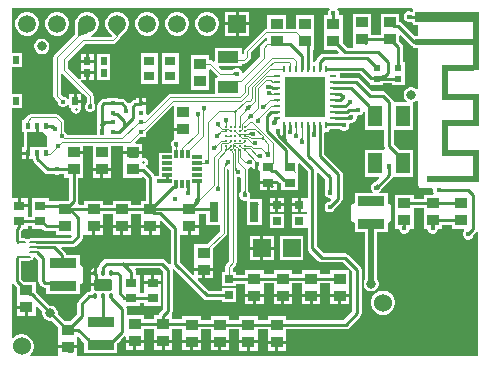
<source format=gbr>
%TF.GenerationSoftware,Altium Limited,Altium Designer,21.9.1 (22)*%
G04 Layer_Physical_Order=1*
G04 Layer_Color=255*
%FSLAX45Y45*%
%MOMM*%
%TF.SameCoordinates,430BEF64-33ED-46D9-BD69-C1E45A4CD6A6*%
%TF.FilePolarity,Positive*%
%TF.FileFunction,Copper,L1,Top,Signal*%
%TF.Part,Single*%
G01*
G75*
%TA.AperFunction,SMDPad,CuDef*%
%ADD10C,0.40000*%
%ADD11R,0.95000X0.80000*%
%ADD12O,0.60000X0.25000*%
%ADD13O,0.25000X0.60000*%
%ADD14R,3.45000X3.45000*%
%ADD15R,0.92500X0.30000*%
%ADD16R,0.30000X0.80000*%
%TA.AperFunction,BGAPad,CuDef*%
%ADD17C,0.23000*%
%TA.AperFunction,SMDPad,CuDef*%
%ADD18R,1.20000X1.80000*%
%ADD19R,1.80000X1.00000*%
%ADD20R,0.60000X0.70000*%
%ADD21R,0.80000X1.70000*%
%ADD22R,1.50000X1.50000*%
G04:AMPARAMS|DCode=23|XSize=1mm|YSize=1.6mm|CornerRadius=0.25mm|HoleSize=0mm|Usage=FLASHONLY|Rotation=90.000|XOffset=0mm|YOffset=0mm|HoleType=Round|Shape=RoundedRectangle|*
%AMROUNDEDRECTD23*
21,1,1.00000,1.10000,0,0,90.0*
21,1,0.50000,1.60000,0,0,90.0*
1,1,0.50000,0.55000,0.25000*
1,1,0.50000,0.55000,-0.25000*
1,1,0.50000,-0.55000,-0.25000*
1,1,0.50000,-0.55000,0.25000*
%
%ADD23ROUNDEDRECTD23*%
G04:AMPARAMS|DCode=24|XSize=0.45mm|YSize=0.3mm|CornerRadius=0.075mm|HoleSize=0mm|Usage=FLASHONLY|Rotation=90.000|XOffset=0mm|YOffset=0mm|HoleType=Round|Shape=RoundedRectangle|*
%AMROUNDEDRECTD24*
21,1,0.45000,0.15000,0,0,90.0*
21,1,0.30000,0.30000,0,0,90.0*
1,1,0.15000,0.07500,0.15000*
1,1,0.15000,0.07500,-0.15000*
1,1,0.15000,-0.07500,-0.15000*
1,1,0.15000,-0.07500,0.15000*
%
%ADD24ROUNDEDRECTD24*%
%TA.AperFunction,BGAPad,CuDef*%
%ADD25R,0.40000X0.40000*%
%TA.AperFunction,SMDPad,CuDef*%
%ADD26R,0.40000X0.55000*%
%ADD27R,0.50000X0.70000*%
%ADD28R,0.57247X0.61535*%
%ADD29R,2.30000X0.85000*%
%ADD30R,0.70000X0.65000*%
%TA.AperFunction,ConnectorPad*%
%ADD31R,2.30000X0.85000*%
%ADD32R,0.95000X0.80000*%
%TA.AperFunction,SMDPad,CuDef*%
%ADD33R,1.05000X0.95000*%
%TA.AperFunction,BGAPad,CuDef*%
%ADD34C,0.15000*%
%TA.AperFunction,SMDPad,CuDef*%
%ADD35R,0.50000X0.90000*%
%ADD36R,0.50000X0.50000*%
%TA.AperFunction,ConnectorPad*%
%ADD37R,1.05000X0.95000*%
%TA.AperFunction,Conductor*%
%ADD38C,0.25400*%
%ADD39C,0.09000*%
%ADD40C,0.50000*%
%ADD41C,0.15000*%
%TA.AperFunction,NonConductor*%
%ADD42R,4.95300X0.90000*%
%ADD43R,4.95300X0.50000*%
%ADD44R,0.50000X2.70000*%
%ADD45R,2.69300X0.50000*%
%ADD46R,0.50000X2.15900*%
%ADD47R,0.50000X5.00000*%
%ADD48R,3.99300X0.50000*%
%TA.AperFunction,ViaPad*%
%ADD49C,0.80000*%
%ADD50C,1.52400*%
%TA.AperFunction,ComponentPad*%
%ADD51C,1.50000*%
%ADD52R,1.50000X1.50000*%
%TA.AperFunction,ViaPad*%
%ADD53C,0.40000*%
%ADD54C,0.20000*%
%ADD55C,0.30000*%
G36*
X3419449Y2970400D02*
Y2950595D01*
X3412666Y2944212D01*
X3410947Y2943390D01*
X3406280Y2942397D01*
X3399031Y2945400D01*
X3380969D01*
X3364283Y2938488D01*
X3351512Y2925717D01*
X3344600Y2909031D01*
Y2890969D01*
X3351512Y2874283D01*
X3364283Y2861512D01*
X3380969Y2854600D01*
X3399031D01*
X3406280Y2857603D01*
X3410777Y2856716D01*
X3412344Y2855998D01*
X3419449Y2849405D01*
Y2829600D01*
X3442870D01*
X3444878Y2829201D01*
X3468951D01*
Y2740996D01*
X3444878D01*
X3441882Y2740400D01*
X3434537D01*
X3327622Y2847315D01*
X3315020Y2855736D01*
X3309175Y2856898D01*
Y2926949D01*
X3153375D01*
Y2781149D01*
Y2747896D01*
X3068749D01*
Y2781149D01*
Y2926949D01*
X2912949D01*
Y2781149D01*
Y2638846D01*
X2866830D01*
X2828324Y2677353D01*
Y2767416D01*
Y2913216D01*
X2800581D01*
X2795400Y2920970D01*
Y2939031D01*
X2788488Y2955717D01*
X2782802Y2961404D01*
X2788062Y2974104D01*
X3408283D01*
X3419449Y2970400D01*
D02*
G37*
G36*
X2762700Y2902550D02*
X2737300D01*
X2736000Y2915717D01*
X2764000D01*
X2762700Y2902550D01*
D02*
G37*
G36*
X3417450Y2912700D02*
Y2887300D01*
X3404283Y2886000D01*
Y2914000D01*
X3417450Y2912700D01*
D02*
G37*
G36*
X2269581Y2684800D02*
X2246396Y2667960D01*
X2240032Y2674324D01*
X2256873Y2697508D01*
X2269581Y2684800D01*
D02*
G37*
G36*
X2717199Y2961404D02*
X2711512Y2955717D01*
X2704600Y2939031D01*
Y2920970D01*
X2699419Y2913216D01*
X2672523D01*
Y2767416D01*
Y2622416D01*
X2773386D01*
X2795222Y2600580D01*
X2790362Y2588846D01*
X2667090D01*
X2652225Y2585889D01*
X2639622Y2577469D01*
X2607531Y2545378D01*
X2599110Y2532775D01*
X2597868Y2526531D01*
X2585000Y2516142D01*
X2583664Y2515876D01*
X2573847Y2523933D01*
Y2622416D01*
X2587898D01*
Y2767416D01*
Y2913216D01*
X2432098D01*
Y2801950D01*
X2430313Y2800486D01*
X2347473D01*
Y2915400D01*
X2191673D01*
Y2800486D01*
X2180000D01*
X2168333Y2798165D01*
X2158443Y2791557D01*
X1998444Y2631557D01*
X1991835Y2621667D01*
X1989514Y2610000D01*
Y2584374D01*
X1988100Y2583429D01*
X1975400Y2590217D01*
Y2635400D01*
X1744600D01*
Y2525106D01*
X1732867Y2520246D01*
X1729056Y2524056D01*
X1719166Y2530665D01*
X1707500Y2532986D01*
X1697900D01*
Y2575400D01*
X1542100D01*
Y2429600D01*
Y2284600D01*
X1697900D01*
Y2452393D01*
X1709633Y2457253D01*
X1768444Y2398443D01*
X1768957Y2398100D01*
X1765105Y2385400D01*
X1744600D01*
Y2250485D01*
X1370000D01*
X1358333Y2248165D01*
X1348443Y2241556D01*
X1177133Y2070246D01*
X1165400Y2075107D01*
Y2122625D01*
Y2155325D01*
X1120000D01*
Y2168025D01*
X1107300D01*
Y2213425D01*
X1074600D01*
Y2199572D01*
X1070725D01*
X1055859Y2196615D01*
X1043257Y2188194D01*
X1025390Y2170327D01*
X1021211Y2167665D01*
X1008640Y2169538D01*
X984025Y2194152D01*
X971423Y2202573D01*
X956557Y2205530D01*
X925400D01*
Y2213425D01*
X834600D01*
Y2206872D01*
X808025D01*
X793159Y2203915D01*
X780557Y2195494D01*
X762531Y2177469D01*
X754111Y2164866D01*
X751153Y2150000D01*
Y1980000D01*
Y1946205D01*
X750978Y1944429D01*
X744600Y1929031D01*
Y1910970D01*
X737595Y1900486D01*
X494797D01*
X488488Y1915717D01*
X475717Y1928488D01*
X470485Y1930655D01*
Y2010000D01*
X468165Y2021667D01*
X461556Y2031557D01*
X421557Y2071556D01*
X411667Y2078165D01*
X400000Y2080486D01*
X190000D01*
X178333Y2078165D01*
X168443Y2071557D01*
X138443Y2041556D01*
X131835Y2031666D01*
X131086Y2027900D01*
X114600D01*
Y1922100D01*
X129102D01*
Y1810563D01*
X128453Y1807300D01*
Y1797900D01*
X114600D01*
Y1757700D01*
X160000D01*
Y1745000D01*
X172700D01*
Y1692100D01*
X202725D01*
X204111Y1685134D01*
X212531Y1672531D01*
X305031Y1580031D01*
X317634Y1571611D01*
X332500Y1568653D01*
X383795D01*
X385571Y1568478D01*
X400969Y1562100D01*
X419031D01*
X434429Y1568478D01*
X436205Y1568653D01*
X472100D01*
Y1534600D01*
X511153D01*
Y1352793D01*
X501686Y1343325D01*
X400823D01*
Y1338846D01*
X341198D01*
Y1365400D01*
X195398D01*
Y1208846D01*
X160773D01*
Y1287300D01*
X87873D01*
Y1300000D01*
X75173D01*
Y1365400D01*
X25896D01*
Y2125775D01*
X115833D01*
Y2246575D01*
X25896D01*
Y2475775D01*
X115833D01*
Y2596575D01*
X25896D01*
Y2974104D01*
X2711938D01*
X2717199Y2961404D01*
D02*
G37*
G36*
X2191673Y2721966D02*
Y2700486D01*
X2190000D01*
X2178333Y2698165D01*
X2168443Y2691557D01*
X2138444Y2661557D01*
X2131835Y2651667D01*
X2129514Y2640000D01*
Y2562628D01*
X1988100Y2421213D01*
X1975400Y2426473D01*
Y2429031D01*
X1968488Y2445717D01*
X1955717Y2458488D01*
X1939031Y2465400D01*
X1920969D01*
X1904283Y2458488D01*
X1901562Y2455768D01*
X1891997Y2450486D01*
X1802628D01*
X1780246Y2472867D01*
X1785106Y2484600D01*
X1975400D01*
Y2504589D01*
X1995075D01*
X2006741Y2506910D01*
X2016631Y2513518D01*
X2041556Y2538443D01*
X2048165Y2548333D01*
X2050486Y2560000D01*
Y2597373D01*
X2179939Y2726826D01*
X2191673Y2721966D01*
D02*
G37*
G36*
X1915717Y2406000D02*
X1898513Y2415500D01*
Y2424500D01*
X1915717Y2434000D01*
Y2406000D01*
D02*
G37*
G36*
X3216061Y2389844D02*
X3160000Y2364444D01*
X3129339Y2389844D01*
X3172700Y2407804D01*
X3208621D01*
X3216061Y2389844D01*
D02*
G37*
G36*
X3402531Y2662531D02*
X3415134Y2654111D01*
X3419449Y2653252D01*
Y2639600D01*
X3442870D01*
X3444878Y2639201D01*
X3468951D01*
Y2291499D01*
X3456251Y2286238D01*
X3450157Y2292333D01*
X3435244Y2300943D01*
X3418610Y2305400D01*
X3401390D01*
X3384757Y2300943D01*
X3369843Y2292333D01*
X3357667Y2280157D01*
X3349057Y2265244D01*
X3344600Y2248610D01*
Y2231390D01*
X3349057Y2214757D01*
X3357667Y2199843D01*
X3369411Y2188100D01*
X3369315Y2186106D01*
X3365691Y2175400D01*
X3258846D01*
Y2180000D01*
X3255889Y2194866D01*
X3247468Y2207469D01*
X3197469Y2257469D01*
X3184866Y2265890D01*
X3170000Y2268847D01*
X3076090D01*
X2972469Y2372468D01*
X2959866Y2380889D01*
X2945000Y2383846D01*
X2813933D01*
X2805877Y2393663D01*
X2806142Y2395000D01*
X2803466Y2408453D01*
X2804262Y2412145D01*
X2809077Y2421153D01*
X2973910D01*
X3042531Y2352531D01*
X3055134Y2344111D01*
X3063304Y2342486D01*
Y2320976D01*
X3171351D01*
Y2338297D01*
X3245976D01*
Y2320977D01*
X3354024D01*
Y2406689D01*
Y2519024D01*
X3338847D01*
Y2645324D01*
X3335889Y2660189D01*
X3327469Y2672792D01*
X3309175Y2691086D01*
Y2739294D01*
X3320908Y2744155D01*
X3402531Y2662531D01*
D02*
G37*
G36*
X2225148Y2321883D02*
Y2296483D01*
X2213699Y2295428D01*
X2214843Y2323405D01*
X2225148Y2321883D01*
D02*
G37*
G36*
X2233029Y2252541D02*
X2231606Y2243541D01*
X2213070Y2235074D01*
X2217329Y2262748D01*
X2233029Y2252541D01*
D02*
G37*
G36*
X2829800Y2239999D02*
X2810001Y2220200D01*
X2801610Y2230430D01*
X2819570Y2248390D01*
X2829800Y2239999D01*
D02*
G37*
G36*
X2829885Y2200000D02*
X2819680Y2191599D01*
X2801621Y2209460D01*
X2810002Y2219714D01*
X2829885Y2200000D01*
D02*
G37*
G36*
X2261026Y2186014D02*
X2232724Y2190500D01*
Y2199500D01*
X2261026Y2203986D01*
Y2186014D01*
D02*
G37*
G36*
X2887008Y2160225D02*
X2876234Y2152224D01*
X2861616Y2173528D01*
X2870169Y2182595D01*
X2887008Y2160225D01*
D02*
G37*
G36*
X2181367Y2154508D02*
X2175919Y2135625D01*
X2156120Y2155424D01*
X2175003Y2160871D01*
X2181367Y2154508D01*
D02*
G37*
G36*
X2055447Y2149083D02*
X2049999Y2130200D01*
X2030200Y2149999D01*
X2049083Y2155447D01*
X2055447Y2149083D01*
D02*
G37*
G36*
X1001868Y2116098D02*
X974142Y2112188D01*
X974507Y2124647D01*
X999907Y2129374D01*
X1001868Y2116098D01*
D02*
G37*
G36*
X2029800Y2110001D02*
X2010917Y2104553D01*
X2004553Y2110917D01*
X2010001Y2129800D01*
X2029800Y2110001D01*
D02*
G37*
G36*
X1662105Y2114079D02*
X1652000Y2098100D01*
X1643000Y2099265D01*
X1634324Y2117579D01*
X1662105Y2114079D01*
D02*
G37*
G36*
X2945717Y2096000D02*
X2932550Y2097300D01*
Y2122700D01*
X2945717Y2124000D01*
Y2096000D01*
D02*
G37*
G36*
X1930864Y2104500D02*
X1924500Y2089136D01*
X1915500Y2086500D01*
X1906500Y2095500D01*
X1909136Y2104500D01*
X1924500Y2110864D01*
X1930864Y2104500D01*
D02*
G37*
G36*
X2062870Y2074894D02*
X2069040Y2066122D01*
X2044260Y2079158D01*
X2056506Y2081258D01*
X2062870Y2074894D01*
D02*
G37*
G36*
X1604500Y2048513D02*
X1595500D01*
X1586000Y2065717D01*
X1614000D01*
X1604500Y2048513D01*
D02*
G37*
G36*
X2049800Y2040001D02*
X2030917Y2034553D01*
X2024553Y2040917D01*
X2030001Y2059800D01*
X2049800Y2040001D01*
D02*
G37*
G36*
X2889671Y2032874D02*
X2878688Y2032300D01*
X2869542Y2057700D01*
X2882671Y2059985D01*
X2889671Y2032874D01*
D02*
G37*
G36*
X2122870Y2034894D02*
X2129040Y2026122D01*
X2104260Y2039158D01*
X2116506Y2041258D01*
X2122870Y2034894D01*
D02*
G37*
G36*
X2265494Y2024647D02*
X2265858Y2012187D01*
X2238132Y2016098D01*
X2240094Y2029374D01*
X2265494Y2024647D01*
D02*
G37*
G36*
X1844500Y1998513D02*
X1835500D01*
X1826000Y2015717D01*
X1854000Y2015717D01*
X1844500Y1998513D01*
D02*
G37*
G36*
X2833769Y1999005D02*
X2820631Y1975017D01*
X2808183Y1977300D01*
X2810679Y2002700D01*
X2833769Y1999005D01*
D02*
G37*
G36*
X991370Y1997450D02*
X992700D01*
X992846Y1995975D01*
X1008390Y1980430D01*
X999999Y1970200D01*
X985916Y1984283D01*
X966000D01*
X967300Y1997450D01*
X989284D01*
X990430Y1998390D01*
X991370Y1997450D01*
D02*
G37*
G36*
X1793651Y1968477D02*
X1786297Y1963103D01*
X1767202Y1970197D01*
X1789743Y1986807D01*
X1793651Y1968477D01*
D02*
G37*
G36*
X390420Y1969996D02*
X370017Y1950820D01*
X361702Y1961214D01*
X380384Y1978453D01*
X390420Y1969996D01*
D02*
G37*
G36*
X809045Y2017006D02*
X820661Y1992700D01*
X802700Y1949340D01*
X777300Y1980000D01*
X802700Y2036061D01*
X809045Y2017006D01*
D02*
G37*
G36*
X2397601Y1956129D02*
X2398873Y1942974D01*
X2370873Y1943112D01*
X2372201Y1956291D01*
X2397601Y1956129D01*
D02*
G37*
G36*
X979800Y1950001D02*
X969570Y1941610D01*
X951610Y1959570D01*
X960001Y1969800D01*
X979800Y1950001D01*
D02*
G37*
G36*
X804000Y1934283D02*
X776000D01*
X777300Y1947450D01*
X802700D01*
X804000Y1934283D01*
D02*
G37*
G36*
X2599321Y1914342D02*
X2571328Y1913732D01*
X2572500Y1926839D01*
X2597900Y1927556D01*
X2599321Y1914342D01*
D02*
G37*
G36*
X2293383Y1903137D02*
X2267983Y1902013D01*
X2266496Y1915248D01*
X2294479Y1916203D01*
X2293383Y1903137D01*
D02*
G37*
G36*
X2439500Y1919600D02*
X2447126Y1900329D01*
X2420015Y1907329D01*
X2430500Y1921994D01*
X2439500Y1919600D01*
D02*
G37*
G36*
X2055717Y1896000D02*
X2038513Y1905500D01*
Y1914500D01*
X2055717Y1924000D01*
Y1896000D01*
D02*
G37*
G36*
X1785447Y1909083D02*
X1779999Y1890200D01*
X1760200Y1909999D01*
X1779083Y1915447D01*
X1785447Y1909083D01*
D02*
G37*
G36*
X1402100Y2142393D02*
Y2019600D01*
Y1960201D01*
X1480000D01*
Y1934801D01*
X1402100D01*
Y1874600D01*
X1402100D01*
X1402520Y1861900D01*
X1394283Y1858488D01*
X1381512Y1845717D01*
X1374600Y1829031D01*
Y1810969D01*
X1379600Y1798897D01*
Y1750400D01*
X1269550D01*
Y1669600D01*
Y1555400D01*
X1260969D01*
X1249663Y1550717D01*
X1237359Y1554424D01*
X1234612Y1556778D01*
X1227469Y1567469D01*
X1167469Y1627469D01*
X1165701Y1628650D01*
Y1641350D01*
X1167469Y1642531D01*
X1175889Y1655134D01*
X1178847Y1670000D01*
X1175889Y1684866D01*
X1167469Y1697469D01*
X1154866Y1705889D01*
X1140000Y1708846D01*
X1138604D01*
X1131553Y1715116D01*
X1128200Y1719946D01*
X1127900Y1721453D01*
Y1739800D01*
X972100D01*
Y1679600D01*
Y1534600D01*
X1127900D01*
Y1540569D01*
X1139633Y1545429D01*
X1161153Y1523909D01*
Y1342900D01*
X1122100D01*
Y1308847D01*
X1037474D01*
Y1342900D01*
X881674D01*
Y1308847D01*
X797049D01*
Y1342900D01*
X641249D01*
Y1308847D01*
X592484D01*
X585696Y1321547D01*
X585889Y1321836D01*
X588846Y1336702D01*
Y1534600D01*
X627900D01*
Y1679600D01*
Y1739800D01*
X550000D01*
Y1765200D01*
X627900D01*
Y1809514D01*
X712525D01*
Y1679600D01*
Y1620200D01*
X790425D01*
X868325D01*
Y1679600D01*
Y1809514D01*
X972100D01*
Y1765200D01*
X1127900D01*
Y1825400D01*
X1075107D01*
X1070246Y1837133D01*
X1115738Y1882625D01*
X1165400D01*
Y1922287D01*
X1390367Y2147254D01*
X1402100Y2142393D01*
D02*
G37*
G36*
X2154500Y1880864D02*
X2160864Y1865500D01*
X2154500Y1859136D01*
X2139136Y1865500D01*
X2136500Y1874500D01*
X2145500Y1883500D01*
X2154500Y1880864D01*
D02*
G37*
G36*
X2487000Y1870735D02*
X2495675Y1852421D01*
X2467895Y1855921D01*
X2478000Y1871899D01*
X2487000Y1870735D01*
D02*
G37*
G36*
X2347700Y1875660D02*
X2365661Y1832300D01*
D01*
Y1832299D01*
X2365661D01*
X2343981Y1818059D01*
X2326020Y1836019D01*
X2326020D01*
X2308060Y1853980D01*
X2304340Y1893621D01*
X2322300Y1901060D01*
X2347700Y1875660D01*
D02*
G37*
G36*
X2075717Y1816000D02*
X2060000Y1825500D01*
Y1834500D01*
X2075717Y1844000D01*
Y1816000D01*
D02*
G37*
G36*
X325000Y1892500D02*
Y1797500D01*
X155000D01*
Y1922500D01*
X295000D01*
X325000Y1892500D01*
D02*
G37*
G36*
X1765447Y1809083D02*
X1759999Y1790200D01*
X1740200Y1809999D01*
X1759083Y1815447D01*
X1765447Y1809083D01*
D02*
G37*
G36*
X1424500Y1788513D02*
X1415500D01*
X1406000Y1805717D01*
X1434000D01*
X1424500Y1788513D01*
D02*
G37*
G36*
X2214000Y1744283D02*
X2194084D01*
X2180001Y1730200D01*
X2174553Y1749083D01*
X2180917Y1755447D01*
X2190619Y1752648D01*
X2195500Y1761487D01*
X2204500D01*
X2214000Y1744283D01*
D02*
G37*
G36*
X2112807Y1709682D02*
X2105362Y1720138D01*
Y1729138D01*
X2119440Y1736885D01*
X2112807Y1709682D01*
D02*
G37*
G36*
X2110262Y1667167D02*
X2083042Y1660603D01*
X2090812Y1674688D01*
X2099812D01*
X2110262Y1667167D01*
D02*
G37*
G36*
X2025717Y1656000D02*
X2008513Y1665500D01*
Y1674500D01*
X2025717Y1684000D01*
Y1656000D01*
D02*
G37*
G36*
X1859800Y1650001D02*
X1840917Y1644553D01*
X1834553Y1650917D01*
X1840001Y1669800D01*
X1859800Y1650001D01*
D02*
G37*
G36*
X3232700Y1612550D02*
X3207300D01*
X3206000Y1625717D01*
X3234000D01*
X3232700Y1612550D01*
D02*
G37*
G36*
X1945022Y1609359D02*
X1920745Y1595409D01*
X1917888Y1613125D01*
X1926023Y1617717D01*
X1945022Y1609359D01*
D02*
G37*
G36*
X437450Y1620200D02*
Y1594800D01*
X424283Y1593500D01*
Y1621500D01*
X437450Y1620200D01*
D02*
G37*
G36*
X395717Y1593500D02*
X382550Y1594800D01*
Y1620200D01*
X395717Y1621500D01*
Y1593500D01*
D02*
G37*
G36*
X1297450Y1522700D02*
Y1497300D01*
X1284283Y1496000D01*
Y1524000D01*
X1297450Y1522700D01*
D02*
G37*
G36*
X1784000Y1454283D02*
X1756000D01*
X1765500Y1471487D01*
X1774500D01*
X1784000Y1454283D01*
D02*
G37*
G36*
X3139932Y1461972D02*
X3131376Y1452634D01*
X3113976Y1474571D01*
X3124687Y1482648D01*
X3139932Y1461972D01*
D02*
G37*
G36*
X2531153Y1593909D02*
Y1370099D01*
X2520400Y1365400D01*
X2518453Y1365400D01*
X2472700D01*
Y1307500D01*
Y1249600D01*
X2518453D01*
X2520400Y1249600D01*
X2526914Y1246753D01*
Y1239596D01*
X2515393Y1230400D01*
X2399600D01*
Y1114600D01*
X2518453D01*
X2520400Y1114600D01*
X2531153Y1109901D01*
Y940000D01*
X2534111Y925134D01*
X2542531Y912532D01*
X2622531Y832531D01*
X2635134Y824111D01*
X2650000Y821154D01*
X2833909D01*
X2911153Y743909D01*
Y406091D01*
X2838909Y333846D01*
X2347900D01*
Y362900D01*
X2192100D01*
Y331347D01*
X2107475D01*
Y365400D01*
X1951675D01*
Y333846D01*
X1867049D01*
Y367900D01*
X1711249D01*
Y333846D01*
X1626624D01*
Y367900D01*
X1470824D01*
Y338846D01*
X1386198D01*
Y372900D01*
X1384173D01*
X1379519Y385600D01*
X1385890Y395134D01*
X1388847Y410000D01*
Y758256D01*
X1392976Y761387D01*
X1400984Y764078D01*
X1650031Y515031D01*
X1662634Y506611D01*
X1677500Y503654D01*
X1805025D01*
Y484600D01*
X1925825D01*
Y600400D01*
X1805025D01*
Y581347D01*
X1693590D01*
X1602070Y672867D01*
X1606930Y684600D01*
X1637300D01*
Y744800D01*
X1572100D01*
Y719431D01*
X1560367Y714570D01*
X1448846Y826091D01*
Y1043673D01*
X1452100Y1055025D01*
X1517300D01*
Y1127925D01*
X1530000D01*
Y1140625D01*
X1607900D01*
Y1200025D01*
Y1233653D01*
X1674600D01*
Y1134325D01*
X1789514D01*
Y1085127D01*
X1679787Y975400D01*
X1572100D01*
Y829600D01*
Y770200D01*
X1650000D01*
X1727900D01*
Y829600D01*
Y937287D01*
X1841556Y1050944D01*
X1848165Y1060834D01*
X1850486Y1072500D01*
Y1611093D01*
X1857542Y1614802D01*
X1869514Y1607122D01*
Y832627D01*
X1843869Y806982D01*
X1837260Y797092D01*
X1834940Y785425D01*
Y735400D01*
X1805025D01*
Y619600D01*
X1925825D01*
Y638654D01*
X2002951D01*
Y609600D01*
Y550200D01*
X2080851D01*
X2158751D01*
Y609600D01*
Y643654D01*
X2243376D01*
Y609600D01*
Y550200D01*
X2321277D01*
X2399176D01*
Y609600D01*
Y643654D01*
X2483802D01*
Y609600D01*
Y550200D01*
X2561702D01*
X2639602D01*
Y609600D01*
Y643654D01*
X2724227D01*
Y609600D01*
Y550200D01*
X2802127D01*
X2880027D01*
Y609600D01*
Y755400D01*
X2724227D01*
Y721347D01*
X2639602D01*
Y755400D01*
X2483802D01*
Y721347D01*
X2399176D01*
Y755400D01*
X2243376D01*
Y721347D01*
X2158751D01*
Y755400D01*
X2002951D01*
Y716347D01*
X1925825D01*
Y735400D01*
X1895911D01*
Y772798D01*
X1921556Y798443D01*
X1928165Y808333D01*
X1930486Y820000D01*
Y1544277D01*
X1930969Y1544600D01*
X1949031D01*
X1956814Y1547824D01*
X1969514Y1539338D01*
Y1428003D01*
X1964233Y1418439D01*
X1961512Y1415717D01*
X1954600Y1399031D01*
Y1380969D01*
X1961512Y1364283D01*
X1974283Y1351512D01*
X1990969Y1344600D01*
X2009031D01*
X2014600Y1340879D01*
Y1134325D01*
X2145400D01*
Y1317556D01*
X2145985Y1320500D01*
X2145400Y1323444D01*
Y1355125D01*
X2045924D01*
X2039956Y1367825D01*
X2045400Y1380969D01*
Y1399031D01*
X2038488Y1415717D01*
X2035767Y1418439D01*
X2030486Y1428002D01*
Y1610000D01*
X2030030Y1612289D01*
X2040316Y1624600D01*
X2049031D01*
X2059572Y1628966D01*
X2061512Y1624283D01*
X2074283Y1611512D01*
X2087300Y1606120D01*
Y1650000D01*
X2112700D01*
Y1606120D01*
X2113975Y1606648D01*
X2126675Y1598162D01*
Y1559600D01*
Y1507700D01*
X2199575D01*
X2276594D01*
X2284209Y1510854D01*
X2300231Y1494832D01*
X2307100Y1490242D01*
Y1429600D01*
X2452900D01*
Y1584482D01*
X2453486Y1587425D01*
Y1589500D01*
X2452900Y1592443D01*
Y1655569D01*
X2464633Y1660429D01*
X2531153Y1593909D01*
D02*
G37*
G36*
X2734000Y1424283D02*
X2706000D01*
X2707300Y1437450D01*
X2732700D01*
X2734000Y1424283D01*
D02*
G37*
G36*
X1534000D02*
X1506000D01*
X1507300Y1437450D01*
X1532700D01*
X1534000Y1424283D01*
D02*
G37*
G36*
X3667450Y1442700D02*
Y1417300D01*
X3654283Y1416000D01*
Y1444000D01*
X3667450Y1442700D01*
D02*
G37*
G36*
X2014000Y1404283D02*
X1986000D01*
X1995500Y1421487D01*
X2004500D01*
X2014000Y1404283D01*
D02*
G37*
G36*
X1618761Y1364259D02*
X1623176Y1367466D01*
X1629540Y1361102D01*
X1612700Y1337918D01*
X1607716Y1342901D01*
X1603200Y1334761D01*
X1608962Y1328927D01*
X1569340Y1325225D01*
X1587300Y1368586D01*
X1612700Y1382389D01*
X1618761Y1364259D01*
D02*
G37*
G36*
X3347450Y1332700D02*
Y1307300D01*
X3334283Y1306000D01*
Y1334000D01*
X3347450Y1332700D01*
D02*
G37*
G36*
X2748390Y1300430D02*
X2739999Y1290200D01*
X2720200Y1309999D01*
X2730430Y1318390D01*
X2748390Y1300430D01*
D02*
G37*
G36*
X2094000Y1254283D02*
X2066000D01*
X2075500Y1271487D01*
X2084500D01*
X2094000Y1254283D01*
D02*
G37*
G36*
X1122100Y1197100D02*
Y1137700D01*
X1200000D01*
X1277900D01*
Y1170569D01*
X1289633Y1175430D01*
X1371153Y1093909D01*
Y811744D01*
X1367024Y808613D01*
X1359016Y805921D01*
X1327469Y837468D01*
X1314866Y845889D01*
X1300000Y848846D01*
X830000D01*
X815134Y845889D01*
X802532Y837468D01*
X772531Y807468D01*
X764110Y794866D01*
X761976Y784134D01*
X758803Y779049D01*
X748453Y774861D01*
X747700Y775010D01*
Y727500D01*
X735000D01*
Y714800D01*
X693955D01*
Y712500D01*
X696509Y699664D01*
X697997Y697436D01*
Y693156D01*
X700723Y679452D01*
X697524Y674665D01*
X693613Y655000D01*
Y642700D01*
X800000D01*
Y617300D01*
X693613D01*
Y605000D01*
X697524Y585335D01*
X698385Y584047D01*
X691597Y571347D01*
X682500D01*
X667634Y568390D01*
X655031Y559969D01*
X592531Y497469D01*
X584111Y484866D01*
X581154Y470000D01*
Y381091D01*
X522963Y322900D01*
X477037D01*
X415400Y384537D01*
Y398610D01*
X410943Y415244D01*
X402333Y430157D01*
X390157Y442333D01*
X375244Y450943D01*
X358610Y455400D01*
X343419D01*
X227900Y570919D01*
Y657900D01*
X132037D01*
X108847Y681090D01*
Y836183D01*
X113729Y836456D01*
X180000D01*
X183241Y837100D01*
X186544D01*
X189596Y838364D01*
X192837Y839009D01*
X195584Y840845D01*
X198636Y842109D01*
X200972Y844445D01*
X203719Y846281D01*
X205555Y849028D01*
X207891Y851364D01*
X209155Y854416D01*
X210991Y857163D01*
X211636Y860404D01*
X212900Y863455D01*
X213501Y864602D01*
X218535Y867949D01*
X225618Y869445D01*
X251153Y843909D01*
Y660000D01*
X254110Y645134D01*
X262531Y632531D01*
X277410Y617652D01*
X290013Y609231D01*
X304879Y606274D01*
X319600D01*
Y552100D01*
X600400D01*
Y635844D01*
X611562Y638064D01*
X621617Y644783D01*
X628336Y654839D01*
X630696Y666700D01*
Y768300D01*
X628336Y780162D01*
X621617Y790217D01*
X611562Y796936D01*
X600400Y799157D01*
Y882900D01*
X488270D01*
X485890Y894866D01*
X477469Y907469D01*
X445517Y939420D01*
X450377Y951154D01*
X540000D01*
X554866Y954111D01*
X567469Y962531D01*
X617469Y1012532D01*
X625890Y1025134D01*
X628847Y1040000D01*
Y1051381D01*
X641249Y1052100D01*
Y1052100D01*
X706449D01*
Y1125000D01*
X719149D01*
Y1137700D01*
X797049D01*
Y1197100D01*
Y1231153D01*
X881674D01*
Y1197100D01*
Y1137700D01*
X959574D01*
X1037474D01*
Y1197100D01*
Y1231153D01*
X1122100D01*
Y1197100D01*
D02*
G37*
G36*
X3604000Y1124283D02*
X3576000D01*
X3577300Y1137450D01*
X3602700D01*
X3604000Y1124283D01*
D02*
G37*
G36*
X3364000D02*
X3336000D01*
X3337300Y1137450D01*
X3362700D01*
X3364000Y1124283D01*
D02*
G37*
G36*
X3918114Y1072319D02*
X3909925Y1061731D01*
X3888668Y1079955D01*
X3898358Y1088485D01*
X3918114Y1072319D01*
D02*
G37*
G36*
X195398Y1104600D02*
X286686D01*
X293330Y1097956D01*
X305933Y1089536D01*
X320799Y1086578D01*
X400823D01*
Y1052525D01*
X530994D01*
X535854Y1040792D01*
X523909Y1028847D01*
X230000D01*
X215134Y1025889D01*
X213021Y1024478D01*
X196268Y1023545D01*
X180000D01*
X176759Y1022900D01*
X173456D01*
X170404Y1021636D01*
X167163Y1020991D01*
X164416Y1019155D01*
X161364Y1017891D01*
X160000Y1016528D01*
X158636Y1017891D01*
X155584Y1019155D01*
X152837Y1020991D01*
X149596Y1021636D01*
X146544Y1022900D01*
X143241D01*
X140000Y1023545D01*
X113733D01*
X108847Y1023817D01*
Y1083909D01*
X117469Y1092531D01*
X125533Y1104600D01*
X160773D01*
Y1131153D01*
X195398D01*
Y1104600D01*
D02*
G37*
G36*
X221025Y981014D02*
X194351Y982500D01*
Y997500D01*
X221025Y998986D01*
Y981014D01*
D02*
G37*
G36*
X115649Y997500D02*
Y982500D01*
X88975Y981014D01*
Y998986D01*
X115649Y997500D01*
D02*
G37*
G36*
X231025Y941014D02*
X204351Y942500D01*
Y957500D01*
X231025Y958986D01*
Y941014D01*
D02*
G37*
G36*
Y901014D02*
X204351Y902500D01*
Y917500D01*
X231025Y918986D01*
Y901014D01*
D02*
G37*
G36*
X115649Y877500D02*
Y862500D01*
X88975Y861014D01*
Y878986D01*
X115649Y877500D01*
D02*
G37*
G36*
X451026Y806014D02*
X424351Y807500D01*
Y822500D01*
X451026Y823986D01*
Y806014D01*
D02*
G37*
G36*
X1026061Y797300D02*
X1018621Y779339D01*
X982700D01*
X939339Y797300D01*
X970000Y822700D01*
X1026061Y797300D01*
D02*
G37*
G36*
X3468951Y2188501D02*
Y1475000D01*
X3470923Y1465089D01*
X3476537Y1456687D01*
X3484938Y1451074D01*
X3494849Y1449102D01*
X3587870D01*
X3594600Y1439030D01*
Y1420969D01*
X3599931Y1408100D01*
X3593801Y1395400D01*
X3512525D01*
Y1358846D01*
X3427900D01*
Y1395400D01*
X3272100D01*
Y1249600D01*
Y1104600D01*
X3304600D01*
Y1100969D01*
X3311512Y1084283D01*
X3324283Y1071512D01*
X3340969Y1064600D01*
X3359031D01*
X3375717Y1071512D01*
X3388488Y1084283D01*
X3395400Y1100969D01*
Y1104600D01*
X3427900D01*
Y1249600D01*
Y1281153D01*
X3512525D01*
Y1249600D01*
Y1104600D01*
X3544600D01*
Y1100969D01*
X3551512Y1084283D01*
X3564283Y1071512D01*
X3580969Y1064600D01*
X3599031D01*
X3615717Y1071512D01*
X3628488Y1084283D01*
X3635400Y1100969D01*
Y1104600D01*
X3668325D01*
Y1138654D01*
X3752951D01*
Y1104600D01*
X3852434D01*
X3857695Y1091900D01*
X3851512Y1085717D01*
X3844600Y1069031D01*
Y1050969D01*
X3851512Y1034283D01*
X3864283Y1021512D01*
X3880969Y1014600D01*
X3899031D01*
X3915717Y1021512D01*
X3928488Y1034283D01*
X3935400Y1050969D01*
Y1052338D01*
X3936391Y1053620D01*
X3957469Y1074697D01*
X3961404Y1080586D01*
X3974104Y1076733D01*
Y25896D01*
X588031D01*
X577900Y32100D01*
Y92300D01*
X422100D01*
Y32100D01*
X411969Y25896D01*
X187541D01*
X182281Y38596D01*
X191300Y47616D01*
X204676Y70784D01*
X211600Y96624D01*
Y123376D01*
X204676Y149216D01*
X191300Y172384D01*
X172384Y191300D01*
X149216Y204676D01*
X123376Y211600D01*
X96624D01*
X70784Y204676D01*
X47616Y191300D01*
X38596Y182281D01*
X25896Y187541D01*
Y639568D01*
X38596Y643420D01*
X42532Y637531D01*
X72100Y607963D01*
Y512100D01*
Y452700D01*
X150000D01*
Y440000D01*
X162700D01*
Y367100D01*
X227900D01*
Y444451D01*
X239633Y449311D01*
X285812Y403132D01*
X284600Y398610D01*
Y381390D01*
X289057Y364756D01*
X297667Y349843D01*
X309843Y337667D01*
X324757Y329057D01*
X341390Y324600D01*
X358610D01*
X364015Y326048D01*
X422100Y267963D01*
Y177100D01*
Y117700D01*
X577900D01*
Y191169D01*
X589633Y196030D01*
X609304Y176359D01*
Y171700D01*
X611664Y159839D01*
X618383Y149783D01*
X628438Y143064D01*
X639600Y140844D01*
Y57100D01*
X920400D01*
Y137963D01*
X923996Y141559D01*
X931562Y143064D01*
X941617Y149783D01*
X948336Y159839D01*
X949841Y167404D01*
X977273Y194836D01*
X989973Y189575D01*
Y167700D01*
X1067873D01*
X1145773D01*
Y227100D01*
Y261153D01*
X1230398D01*
Y227100D01*
Y167700D01*
X1308298D01*
X1386198D01*
Y227100D01*
Y261153D01*
X1470824D01*
Y222100D01*
Y162700D01*
X1548724D01*
X1626624D01*
Y222100D01*
Y256153D01*
X1711249D01*
Y222100D01*
Y162700D01*
X1789149D01*
X1867049D01*
Y222100D01*
Y256153D01*
X1951675D01*
Y219600D01*
Y160200D01*
X2029575D01*
X2107475D01*
Y219600D01*
Y253654D01*
X2192100D01*
Y217100D01*
Y157700D01*
X2270000D01*
X2347900D01*
Y217100D01*
Y256153D01*
X2855000D01*
X2869865Y259110D01*
X2882468Y267531D01*
X2977469Y362531D01*
X2985889Y375134D01*
X2988846Y390000D01*
Y760000D01*
X2985889Y774866D01*
X2977469Y787469D01*
X2877468Y887469D01*
X2864866Y895889D01*
X2850000Y898847D01*
X2666091D01*
X2608846Y956091D01*
Y1579623D01*
X2620580Y1584483D01*
X2681153Y1523910D01*
Y1436205D01*
X2680978Y1434429D01*
X2674600Y1419031D01*
Y1400969D01*
X2681512Y1384283D01*
X2694283Y1371512D01*
X2710969Y1364600D01*
X2721702D01*
X2726963Y1351900D01*
X2711060Y1335997D01*
X2709681Y1334867D01*
X2694283Y1328488D01*
X2681512Y1315717D01*
X2674600Y1299031D01*
Y1280969D01*
X2681512Y1264283D01*
X2694283Y1251512D01*
X2710969Y1244600D01*
X2729031D01*
X2745717Y1251512D01*
X2758488Y1264283D01*
X2764866Y1279681D01*
X2765997Y1281060D01*
X2817469Y1332531D01*
X2825889Y1345134D01*
X2828847Y1360000D01*
Y1570000D01*
X2825889Y1584866D01*
X2817469Y1597469D01*
X2673846Y1741091D01*
Y1916067D01*
X2683664Y1924123D01*
X2685000Y1923858D01*
X2699788Y1926799D01*
X2712324Y1935176D01*
X2720700Y1947712D01*
X2721385Y1951154D01*
X2804641D01*
X2814283Y1941512D01*
X2830969Y1934600D01*
X2849031D01*
X2865717Y1941512D01*
X2878488Y1954283D01*
X2885400Y1970969D01*
Y1989031D01*
X2883568Y1993454D01*
X2883991Y1994925D01*
X2887296Y1999507D01*
X2892698Y2004600D01*
X2909031D01*
X2925717Y2011512D01*
X2938488Y2024283D01*
X2945400Y2040969D01*
Y2053160D01*
X2949146Y2060854D01*
X2956840Y2064600D01*
X2969031D01*
X2985717Y2071512D01*
X2998488Y2084283D01*
X3001900Y2092520D01*
X3014600Y2089994D01*
Y1944600D01*
X3181153D01*
Y1810000D01*
X3184110Y1795134D01*
X3190116Y1786146D01*
X3182085Y1775400D01*
X3014600D01*
Y1544600D01*
X3133069D01*
X3137929Y1532867D01*
X3106222Y1501159D01*
X3104853Y1500127D01*
X3102455D01*
X3085769Y1493215D01*
X3072997Y1480444D01*
X3066086Y1463758D01*
Y1445696D01*
X3072997Y1429010D01*
X3083907Y1418100D01*
X3082081Y1409294D01*
X3080013Y1405400D01*
X2929600D01*
Y1321656D01*
X2918438Y1319436D01*
X2908383Y1312717D01*
X2901664Y1302662D01*
X2899304Y1290800D01*
Y1189200D01*
X2901664Y1177339D01*
X2908383Y1167283D01*
X2918438Y1160564D01*
X2929600Y1158344D01*
Y1074600D01*
X3018613D01*
Y681102D01*
X3017667Y680157D01*
X3009057Y665244D01*
X3004600Y648610D01*
Y631390D01*
X3009057Y614756D01*
X3017667Y599843D01*
X3029843Y587667D01*
X3044756Y579057D01*
X3061390Y574600D01*
X3078610D01*
X3095243Y579057D01*
X3110157Y587667D01*
X3122333Y599843D01*
X3130943Y614756D01*
X3135400Y631390D01*
Y648610D01*
X3130943Y665244D01*
X3122333Y680157D01*
X3121387Y681102D01*
Y1074600D01*
X3210400D01*
Y1158344D01*
X3221562Y1160564D01*
X3231617Y1167283D01*
X3238336Y1177339D01*
X3240696Y1189200D01*
Y1290800D01*
X3238336Y1302662D01*
X3231617Y1312717D01*
X3221562Y1319436D01*
X3210400Y1321656D01*
Y1405400D01*
X3142958D01*
X3140890Y1409294D01*
X3139064Y1418100D01*
X3149974Y1429010D01*
X3154197Y1439206D01*
X3154791Y1439854D01*
X3247468Y1532531D01*
X3255532Y1544600D01*
X3425400D01*
Y1775400D01*
X3309537D01*
X3258846Y1826090D01*
Y1944600D01*
X3425400D01*
Y2175400D01*
X3432372Y2178132D01*
X3435239Y2179056D01*
X3435244Y2179057D01*
X3450157Y2187667D01*
X3456251Y2193762D01*
X3468951Y2188501D01*
D02*
G37*
G36*
X1311154Y743909D02*
Y426091D01*
X1282531Y397469D01*
X1274110Y384866D01*
X1271730Y372900D01*
X1230398D01*
Y338846D01*
X1145773D01*
Y372900D01*
X998847D01*
Y427500D01*
X995982Y441900D01*
X995723Y444163D01*
X1002504Y454600D01*
X1112474D01*
Y481153D01*
X1147100D01*
Y454600D01*
X1292900D01*
Y584600D01*
Y637300D01*
X1220000D01*
X1147100D01*
Y558846D01*
X1112474D01*
Y715400D01*
X1078421D01*
Y740426D01*
X1075464Y755292D01*
X1073351Y758453D01*
X1080140Y771153D01*
X1283910D01*
X1311154Y743909D01*
D02*
G37*
G36*
X801391Y327377D02*
X785303Y314697D01*
X774697Y325303D01*
X787376Y341391D01*
X801391Y327377D01*
D02*
G37*
G36*
X2300458Y282300D02*
X2287329Y280015D01*
X2280329Y307126D01*
X2291312Y307700D01*
X2300458Y282300D01*
D02*
G37*
G36*
X2254079Y277895D02*
X2240797Y279800D01*
X2245002Y305200D01*
X2257579Y305676D01*
X2254079Y277895D01*
D02*
G37*
%LPC*%
G36*
X2034400Y2940400D02*
X1946699D01*
Y2852700D01*
X2034400D01*
Y2940400D01*
D02*
G37*
G36*
X1921299D02*
X1833600D01*
Y2852700D01*
X1921299D01*
Y2940400D01*
D02*
G37*
G36*
X2034400Y2827300D02*
X1946699D01*
Y2739600D01*
X2034400D01*
Y2827300D01*
D02*
G37*
G36*
X1921299D02*
X1833600D01*
Y2739600D01*
X1921299D01*
Y2827300D01*
D02*
G37*
G36*
X1693218Y2940400D02*
X1666782D01*
X1641247Y2933558D01*
X1618353Y2920340D01*
X1599660Y2901647D01*
X1586442Y2878753D01*
X1579600Y2853218D01*
Y2826782D01*
X1586442Y2801247D01*
X1599660Y2778353D01*
X1618353Y2759660D01*
X1641247Y2746442D01*
X1666782Y2739600D01*
X1693218D01*
X1718753Y2746442D01*
X1741647Y2759660D01*
X1760340Y2778353D01*
X1773558Y2801247D01*
X1780400Y2826782D01*
Y2853218D01*
X1773558Y2878753D01*
X1760340Y2901647D01*
X1741647Y2920340D01*
X1718753Y2933558D01*
X1693218Y2940400D01*
D02*
G37*
G36*
X1439218D02*
X1412782D01*
X1387247Y2933558D01*
X1364353Y2920340D01*
X1345660Y2901647D01*
X1332442Y2878753D01*
X1325600Y2853218D01*
Y2826782D01*
X1332442Y2801247D01*
X1345660Y2778353D01*
X1364353Y2759660D01*
X1387247Y2746442D01*
X1412782Y2739600D01*
X1439218D01*
X1464753Y2746442D01*
X1487647Y2759660D01*
X1506340Y2778353D01*
X1519558Y2801247D01*
X1526400Y2826782D01*
Y2853218D01*
X1519558Y2878753D01*
X1506340Y2901647D01*
X1487647Y2920340D01*
X1464753Y2933558D01*
X1439218Y2940400D01*
D02*
G37*
G36*
X1185218D02*
X1158782D01*
X1133247Y2933558D01*
X1110353Y2920340D01*
X1091660Y2901647D01*
X1078442Y2878753D01*
X1071600Y2853218D01*
Y2826782D01*
X1078442Y2801247D01*
X1091660Y2778353D01*
X1110353Y2759660D01*
X1133247Y2746442D01*
X1158782Y2739600D01*
X1185218D01*
X1210753Y2746442D01*
X1233647Y2759660D01*
X1252340Y2778353D01*
X1265558Y2801247D01*
X1272400Y2826782D01*
Y2853218D01*
X1265558Y2878753D01*
X1252340Y2901647D01*
X1233647Y2920340D01*
X1210753Y2933558D01*
X1185218Y2940400D01*
D02*
G37*
G36*
X423218D02*
X396782D01*
X371247Y2933558D01*
X348353Y2920340D01*
X329660Y2901647D01*
X316442Y2878753D01*
X309600Y2853218D01*
Y2826782D01*
X316442Y2801247D01*
X329660Y2778353D01*
X348353Y2759660D01*
X371247Y2746442D01*
X396782Y2739600D01*
X423218D01*
X448753Y2746442D01*
X471647Y2759660D01*
X490340Y2778353D01*
X503558Y2801247D01*
X510400Y2826782D01*
Y2853218D01*
X503558Y2878753D01*
X490340Y2901647D01*
X471647Y2920340D01*
X448753Y2933558D01*
X423218Y2940400D01*
D02*
G37*
G36*
X169218D02*
X142782D01*
X117247Y2933558D01*
X94353Y2920340D01*
X75660Y2901647D01*
X62442Y2878753D01*
X55600Y2853218D01*
Y2826782D01*
X62442Y2801247D01*
X75660Y2778353D01*
X94353Y2759660D01*
X117247Y2746442D01*
X142782Y2739600D01*
X169218D01*
X194753Y2746442D01*
X217647Y2759660D01*
X236340Y2778353D01*
X249558Y2801247D01*
X256400Y2826782D01*
Y2853218D01*
X249558Y2878753D01*
X236340Y2901647D01*
X217647Y2920340D01*
X194753Y2933558D01*
X169218Y2940400D01*
D02*
G37*
G36*
X931218D02*
X904782D01*
X879247Y2933558D01*
X856353Y2920340D01*
X837660Y2901647D01*
X824442Y2878753D01*
X817600Y2853218D01*
Y2826782D01*
X824442Y2801247D01*
X837660Y2778353D01*
X845739Y2770273D01*
X847104Y2768211D01*
X875056Y2740003D01*
X866608Y2730486D01*
X699062D01*
X698046Y2732033D01*
X702659Y2746155D01*
X703496Y2746871D01*
X725647Y2759660D01*
X744340Y2778353D01*
X757558Y2801247D01*
X764400Y2826782D01*
Y2853218D01*
X757558Y2878753D01*
X744340Y2901647D01*
X725647Y2920340D01*
X702753Y2933558D01*
X677218Y2940400D01*
X650782D01*
X625247Y2933558D01*
X602353Y2920340D01*
X583660Y2901647D01*
X570442Y2878753D01*
X563600Y2853218D01*
Y2826782D01*
X565543Y2819531D01*
X564215Y2757328D01*
X388443Y2581556D01*
X381835Y2571666D01*
X379514Y2560000D01*
Y2230000D01*
X381835Y2218334D01*
X388443Y2208444D01*
X414600Y2182287D01*
Y2170969D01*
X421512Y2154283D01*
X434283Y2141512D01*
X450969Y2134600D01*
X469031D01*
X485717Y2141512D01*
X498488Y2154283D01*
X502333Y2163565D01*
X515033Y2161039D01*
Y2125775D01*
X526005D01*
X528870Y2122283D01*
X531827Y2107417D01*
X540248Y2094815D01*
X542531Y2092532D01*
X555134Y2084111D01*
X570000Y2081154D01*
X584866Y2084111D01*
X597468Y2092532D01*
X605889Y2105134D01*
X608846Y2120000D01*
X613586Y2125775D01*
X615833D01*
Y2173475D01*
X565433D01*
Y2186175D01*
X552733D01*
Y2246575D01*
X515033D01*
Y2198961D01*
X502333Y2196435D01*
X498488Y2205717D01*
X485717Y2218488D01*
X469031Y2225400D01*
X457713D01*
X440486Y2242627D01*
Y2418441D01*
X453186Y2423702D01*
X617964Y2258923D01*
X618487Y2257345D01*
X612351Y2246575D01*
X604575Y2246575D01*
X578133D01*
Y2198875D01*
X615833D01*
Y2234423D01*
X615834Y2243093D01*
X626604Y2249229D01*
X628182Y2248705D01*
X659514Y2217373D01*
Y2178003D01*
X654233Y2168438D01*
X651512Y2165717D01*
X644600Y2149031D01*
Y2130969D01*
X651512Y2114283D01*
X664283Y2101512D01*
X680969Y2094600D01*
X699031D01*
X715717Y2101512D01*
X728488Y2114283D01*
X735400Y2130969D01*
Y2149031D01*
X728488Y2165717D01*
X725767Y2168438D01*
X720485Y2178003D01*
Y2230000D01*
X718165Y2241666D01*
X711556Y2251557D01*
X610682Y2352431D01*
X615983Y2365091D01*
X621323Y2365091D01*
X653479D01*
Y2412791D01*
X610779D01*
Y2376458D01*
X610778Y2370295D01*
X598119Y2364995D01*
X500486Y2462627D01*
Y2527373D01*
X642627Y2669514D01*
X880000D01*
X891666Y2671835D01*
X901556Y2678443D01*
X939556Y2716443D01*
X943611Y2722512D01*
X988896Y2768210D01*
X990261Y2770274D01*
X998340Y2778353D01*
X1011558Y2801247D01*
X1018400Y2826782D01*
Y2853218D01*
X1011558Y2878753D01*
X998340Y2901647D01*
X979647Y2920340D01*
X956753Y2933558D01*
X931218Y2940400D01*
D02*
G37*
G36*
X288610Y2715400D02*
X271390D01*
X254756Y2710943D01*
X239843Y2702333D01*
X227667Y2690157D01*
X219057Y2675244D01*
X214600Y2658610D01*
Y2641390D01*
X219057Y2624756D01*
X227667Y2609843D01*
X239843Y2597667D01*
X254756Y2589057D01*
X271390Y2584600D01*
X288610D01*
X305243Y2589057D01*
X320157Y2597667D01*
X332333Y2609843D01*
X340943Y2624756D01*
X345400Y2641390D01*
Y2658610D01*
X340943Y2675244D01*
X332333Y2690157D01*
X320157Y2702333D01*
X305243Y2710943D01*
X288610Y2715400D01*
D02*
G37*
G36*
X721578Y2585891D02*
X678878D01*
Y2538191D01*
X721578D01*
Y2585891D01*
D02*
G37*
G36*
X653479D02*
X610779D01*
Y2538191D01*
X653479D01*
Y2585891D01*
D02*
G37*
G36*
X721578Y2512791D02*
X610779D01*
Y2465091D01*
Y2438191D01*
X721578D01*
Y2465091D01*
Y2512791D01*
D02*
G37*
G36*
X861578Y2585891D02*
X750779D01*
Y2465091D01*
Y2365091D01*
X861578D01*
Y2465091D01*
Y2585891D01*
D02*
G37*
G36*
X721578Y2412791D02*
X678878D01*
Y2365091D01*
X721578D01*
Y2412791D01*
D02*
G37*
G36*
X1442900Y2595474D02*
X1297100D01*
Y2464675D01*
Y2334675D01*
X1442900D01*
Y2464675D01*
Y2595474D01*
D02*
G37*
G36*
X1262475D02*
X1116675D01*
Y2525558D01*
X1116502Y2525100D01*
X1116675Y2519626D01*
Y2464675D01*
Y2334675D01*
X1262475D01*
Y2464675D01*
Y2595474D01*
D02*
G37*
G36*
X1165400Y2213425D02*
X1132700D01*
Y2180725D01*
X1165400D01*
Y2213425D01*
D02*
G37*
G36*
X147300Y1732300D02*
X114600D01*
Y1692100D01*
X147300D01*
Y1732300D01*
D02*
G37*
G36*
X160773Y1365400D02*
X100573D01*
Y1312700D01*
X160773D01*
Y1365400D01*
D02*
G37*
%LPD*%
G36*
X681656Y2767108D02*
X597858Y2741494D01*
X589882Y2746246D01*
X591476Y2820889D01*
X681656Y2767108D01*
D02*
G37*
G36*
X922500Y2738000D02*
X913500D01*
X865500Y2786439D01*
X970500D01*
X922500Y2738000D01*
D02*
G37*
G36*
X704000Y2154283D02*
X676000D01*
X685500Y2171487D01*
X694500D01*
X704000Y2154283D01*
D02*
G37*
G36*
X1172306Y2510677D02*
X1158331Y2518208D01*
X1161544Y2528192D01*
X1179580Y2537071D01*
X1172306Y2510677D01*
D02*
G37*
%LPC*%
G36*
X868325Y1594800D02*
X803125D01*
Y1534600D01*
X868325D01*
Y1594800D01*
D02*
G37*
G36*
X777725D02*
X712525D01*
Y1534600D01*
X777725D01*
Y1594800D01*
D02*
G37*
G36*
X2186875Y1482300D02*
X2126675D01*
Y1429600D01*
X2186875D01*
Y1482300D01*
D02*
G37*
G36*
X2272475D02*
X2212275D01*
Y1429600D01*
X2226246D01*
X2230000Y1428853D01*
X2233754Y1429600D01*
X2272475D01*
Y1482300D01*
D02*
G37*
G36*
X2447300Y1365400D02*
X2399600D01*
Y1320200D01*
X2447300D01*
Y1365400D01*
D02*
G37*
G36*
X2329975D02*
X2282274D01*
Y1320200D01*
X2329975D01*
Y1365400D01*
D02*
G37*
G36*
X2256874D02*
X2209175D01*
Y1320200D01*
X2256874D01*
Y1365400D01*
D02*
G37*
G36*
X2329975Y1294800D02*
X2282274D01*
Y1249600D01*
X2329975D01*
Y1294800D01*
D02*
G37*
G36*
X2256874D02*
X2209175D01*
Y1249600D01*
X2256874D01*
Y1294800D01*
D02*
G37*
G36*
X2447300Y1294800D02*
X2399600D01*
Y1249600D01*
X2447300D01*
Y1294800D01*
D02*
G37*
G36*
X2329975Y1230400D02*
X2209175D01*
Y1114600D01*
X2329975D01*
Y1230400D01*
D02*
G37*
G36*
X1607900Y1115225D02*
X1542700D01*
Y1055025D01*
X1607900D01*
Y1115225D01*
D02*
G37*
G36*
X2245400Y1040400D02*
X2157700D01*
Y952700D01*
X2245400D01*
Y1040400D01*
D02*
G37*
G36*
X2132300D02*
X2044600D01*
Y952700D01*
X2132300D01*
Y1040400D01*
D02*
G37*
G36*
X2495400D02*
X2294600D01*
Y839600D01*
X2495400D01*
Y1040400D01*
D02*
G37*
G36*
X2245400Y927300D02*
X2157700D01*
Y839600D01*
X2245400D01*
Y927300D01*
D02*
G37*
G36*
X2132300D02*
X2044600D01*
Y839600D01*
X2132300D01*
Y927300D01*
D02*
G37*
G36*
X1727900Y744800D02*
X1662700D01*
Y684600D01*
X1727900D01*
Y744800D01*
D02*
G37*
G36*
X2880027Y524800D02*
X2814827D01*
Y464600D01*
X2880027D01*
Y524800D01*
D02*
G37*
G36*
X2789427D02*
X2724227D01*
Y464600D01*
X2789427D01*
Y524800D01*
D02*
G37*
G36*
X2639602D02*
X2574402D01*
Y464600D01*
X2639602D01*
Y524800D01*
D02*
G37*
G36*
X2549002D02*
X2483802D01*
Y464600D01*
X2549002D01*
Y524800D01*
D02*
G37*
G36*
X2399176D02*
X2333977D01*
Y464600D01*
X2399176D01*
Y524800D01*
D02*
G37*
G36*
X2308577D02*
X2243376D01*
Y464600D01*
X2308577D01*
Y524800D01*
D02*
G37*
G36*
X2158751D02*
X2093551D01*
Y464600D01*
X2158751D01*
Y524800D01*
D02*
G37*
G36*
X2068151D02*
X2002951D01*
Y464600D01*
X2068151D01*
Y524800D01*
D02*
G37*
G36*
X1277900Y1112300D02*
X1212700D01*
Y1052100D01*
X1277900D01*
Y1112300D01*
D02*
G37*
G36*
X1187300D02*
X1122100D01*
Y1052100D01*
X1187300D01*
Y1112300D01*
D02*
G37*
G36*
X1037474D02*
X972274D01*
Y1052100D01*
X1037474D01*
Y1112300D01*
D02*
G37*
G36*
X946874D02*
X881674D01*
Y1052100D01*
X946874D01*
Y1112300D01*
D02*
G37*
G36*
X797049D02*
X731849D01*
Y1052100D01*
X797049D01*
Y1112300D01*
D02*
G37*
G36*
X722300Y775010D02*
X714663Y773491D01*
X703780Y766220D01*
X696509Y755337D01*
X693955Y742500D01*
Y740200D01*
X722300D01*
Y775010D01*
D02*
G37*
G36*
X3183376Y581600D02*
X3156624D01*
X3130784Y574676D01*
X3107616Y561300D01*
X3088700Y542384D01*
X3075324Y519216D01*
X3068400Y493376D01*
Y466624D01*
X3075324Y440784D01*
X3088700Y417616D01*
X3107616Y398700D01*
X3130784Y385324D01*
X3156624Y378400D01*
X3183376D01*
X3209216Y385324D01*
X3232384Y398700D01*
X3251300Y417616D01*
X3264676Y440784D01*
X3271600Y466624D01*
Y493376D01*
X3264676Y519216D01*
X3251300Y542384D01*
X3232384Y561300D01*
X3209216Y574676D01*
X3183376Y581600D01*
D02*
G37*
G36*
X137300Y427300D02*
X72100D01*
Y367100D01*
X137300D01*
Y427300D01*
D02*
G37*
G36*
X1386198Y142300D02*
X1320998D01*
Y82100D01*
X1386198D01*
Y142300D01*
D02*
G37*
G36*
X1295598D02*
X1230398D01*
Y82100D01*
X1295598D01*
Y142300D01*
D02*
G37*
G36*
X1145773D02*
X1080573D01*
Y82100D01*
X1145773D01*
Y142300D01*
D02*
G37*
G36*
X1055173D02*
X989973D01*
Y82100D01*
X1055173D01*
Y142300D01*
D02*
G37*
G36*
X1867049Y137300D02*
X1801849D01*
Y77100D01*
X1867049D01*
Y137300D01*
D02*
G37*
G36*
X1776449D02*
X1711249D01*
Y77100D01*
X1776449D01*
Y137300D01*
D02*
G37*
G36*
X1626624D02*
X1561424D01*
Y77100D01*
X1626624D01*
Y137300D01*
D02*
G37*
G36*
X1536024D02*
X1470824D01*
Y77100D01*
X1536024D01*
Y137300D01*
D02*
G37*
G36*
X2107475Y134800D02*
X2042275D01*
Y74600D01*
X2107475D01*
Y134800D01*
D02*
G37*
G36*
X2016875D02*
X1951675D01*
Y74600D01*
X2016875D01*
Y134800D01*
D02*
G37*
G36*
X2347900Y132300D02*
X2282700D01*
Y72100D01*
X2347900D01*
Y132300D01*
D02*
G37*
G36*
X2257300D02*
X2192100D01*
Y72100D01*
X2257300D01*
Y132300D01*
D02*
G37*
G36*
X1292900Y715400D02*
X1232700D01*
Y662700D01*
X1292900D01*
Y715400D01*
D02*
G37*
G36*
X1207300D02*
X1147100D01*
Y662700D01*
X1207300D01*
Y715400D01*
D02*
G37*
%LPD*%
D10*
X1680000Y1670000D02*
D03*
X420000Y1810000D02*
D03*
X450000Y1890000D02*
D03*
D11*
X1220000Y650000D02*
D03*
Y520000D02*
D03*
X1039574Y650000D02*
D03*
Y520000D02*
D03*
X268298Y1300000D02*
D03*
Y1170000D02*
D03*
X2380000Y1495000D02*
D03*
Y1625000D02*
D03*
X2199575Y1625000D02*
D03*
Y1495000D02*
D03*
X1370000Y2530074D02*
D03*
Y2400074D02*
D03*
X1189575Y2530074D02*
D03*
Y2400074D02*
D03*
D12*
X2750000Y2395000D02*
D03*
Y2345000D02*
D03*
Y2295000D02*
D03*
Y2245000D02*
D03*
Y2195000D02*
D03*
Y2145000D02*
D03*
Y2095000D02*
D03*
Y2045000D02*
D03*
X2270000D02*
D03*
Y2095000D02*
D03*
Y2145000D02*
D03*
Y2195000D02*
D03*
Y2245000D02*
D03*
Y2295000D02*
D03*
Y2345000D02*
D03*
Y2395000D02*
D03*
D13*
X2685000Y1980000D02*
D03*
X2635000D02*
D03*
X2585000D02*
D03*
X2535000D02*
D03*
X2485000D02*
D03*
X2435000D02*
D03*
X2385000D02*
D03*
X2335000D02*
D03*
Y2460000D02*
D03*
X2385000D02*
D03*
X2435000D02*
D03*
X2485000D02*
D03*
X2535000D02*
D03*
X2585000D02*
D03*
X2635000D02*
D03*
X2685000D02*
D03*
D14*
X2510000Y2220000D02*
D03*
D15*
X1341200Y1510000D02*
D03*
Y1710000D02*
D03*
Y1660000D02*
D03*
Y1560000D02*
D03*
Y1610000D02*
D03*
X1598750Y1510000D02*
D03*
Y1710000D02*
D03*
Y1660000D02*
D03*
Y1560000D02*
D03*
Y1610000D02*
D03*
D16*
X1420000Y1737500D02*
D03*
X1470000D02*
D03*
X1520000D02*
D03*
X1420000Y1482500D02*
D03*
X1470000D02*
D03*
X1520000D02*
D03*
D17*
X2000000Y1770000D02*
D03*
X1840000Y1970000D02*
D03*
X1880000D02*
D03*
X1920000D02*
D03*
X1960000D02*
D03*
X2000000D02*
D03*
X1840000Y1930000D02*
D03*
X1880000D02*
D03*
X1920000D02*
D03*
X1960000D02*
D03*
X2000000D02*
D03*
X1840000Y1890000D02*
D03*
Y1850000D02*
D03*
Y1810000D02*
D03*
Y1770000D02*
D03*
X1880000Y1890000D02*
D03*
Y1850000D02*
D03*
Y1810000D02*
D03*
Y1770000D02*
D03*
X1920000Y1890000D02*
D03*
Y1850000D02*
D03*
Y1810000D02*
D03*
Y1770000D02*
D03*
X1960000Y1890000D02*
D03*
Y1850000D02*
D03*
Y1810000D02*
D03*
Y1770000D02*
D03*
X2000000Y1890000D02*
D03*
Y1850000D02*
D03*
Y1810000D02*
D03*
D18*
X3100000Y2060000D02*
D03*
Y1660000D02*
D03*
X3340000D02*
D03*
Y2060000D02*
D03*
D19*
X1860000Y2310000D02*
D03*
Y2560000D02*
D03*
D20*
X806178Y2425491D02*
D03*
X666178D02*
D03*
X806178Y2525491D02*
D03*
X666178D02*
D03*
D21*
X1740000Y1244725D02*
D03*
X2080000D02*
D03*
D22*
X2145000Y940000D02*
D03*
X2395000D02*
D03*
D23*
X800000Y630000D02*
D03*
D24*
X865000Y727500D02*
D03*
X800000D02*
D03*
X735000D02*
D03*
X865000Y532500D02*
D03*
X800000D02*
D03*
X735000D02*
D03*
D25*
X1120000Y2168025D02*
D03*
Y1928025D02*
D03*
X880000Y2088025D02*
D03*
Y2168025D02*
D03*
Y2008025D02*
D03*
X1120000D02*
D03*
X880000Y1928025D02*
D03*
X1120000Y2088025D02*
D03*
D26*
X240000Y1860000D02*
D03*
X320000Y1745000D02*
D03*
X240000D02*
D03*
X160000D02*
D03*
X320000Y1975000D02*
D03*
X240000D02*
D03*
X160000D02*
D03*
D27*
X65433Y2186175D02*
D03*
X565433D02*
D03*
X65433Y2536175D02*
D03*
D28*
X3300000Y2377144D02*
D03*
Y2462856D02*
D03*
X3117327Y2462856D02*
D03*
Y2377144D02*
D03*
D29*
X3070000Y1337500D02*
D03*
Y1142500D02*
D03*
X460000Y815000D02*
D03*
Y620000D02*
D03*
D30*
X2269575Y1307500D02*
D03*
Y1172500D02*
D03*
X2460000Y1307500D02*
D03*
Y1172500D02*
D03*
X1865425Y677500D02*
D03*
Y542500D02*
D03*
D31*
X780000Y125000D02*
D03*
Y320000D02*
D03*
D32*
X87873Y1170000D02*
D03*
Y1300000D02*
D03*
D33*
X790425Y1752500D02*
D03*
Y1607500D02*
D03*
X550000Y1752500D02*
D03*
Y1607500D02*
D03*
X1050000D02*
D03*
Y1752500D02*
D03*
X2561702Y537500D02*
D03*
Y682500D02*
D03*
X1650000Y757500D02*
D03*
Y902500D02*
D03*
X2509998Y2840316D02*
D03*
Y2695316D02*
D03*
X2269573Y2697500D02*
D03*
Y2842500D02*
D03*
X2750424Y2840316D02*
D03*
Y2695316D02*
D03*
X1620000Y2357500D02*
D03*
Y2502500D02*
D03*
X3350000Y1322500D02*
D03*
Y1177500D02*
D03*
X3830851Y1322500D02*
D03*
Y1177500D02*
D03*
X3590425Y1322500D02*
D03*
Y1177500D02*
D03*
X1530000Y1127925D02*
D03*
Y1272925D02*
D03*
X959574Y1125000D02*
D03*
Y1270000D02*
D03*
X1200000D02*
D03*
Y1125000D02*
D03*
X719149D02*
D03*
Y1270000D02*
D03*
X478723Y1125425D02*
D03*
Y1270425D02*
D03*
X1548724Y150000D02*
D03*
Y295000D02*
D03*
X2990849Y2709049D02*
D03*
Y2854049D02*
D03*
X3231275Y2854049D02*
D03*
Y2709049D02*
D03*
X150000Y585000D02*
D03*
Y440000D02*
D03*
X2080851Y682500D02*
D03*
Y537500D02*
D03*
X2802127Y682500D02*
D03*
Y537500D02*
D03*
X2321276Y682500D02*
D03*
Y537500D02*
D03*
X1308298Y300000D02*
D03*
Y155000D02*
D03*
X1067873Y300000D02*
D03*
Y155000D02*
D03*
X2270000Y290000D02*
D03*
Y145000D02*
D03*
X1789149Y295000D02*
D03*
Y150000D02*
D03*
X2029575Y292500D02*
D03*
Y147500D02*
D03*
X1480000Y2092500D02*
D03*
Y1947500D02*
D03*
D34*
X140000Y990000D02*
D03*
X180000D02*
D03*
X140000Y950000D02*
D03*
X180000D02*
D03*
X140000Y910000D02*
D03*
X180000D02*
D03*
X140000Y870000D02*
D03*
X180000D02*
D03*
D35*
X3469849Y2900000D02*
D03*
D36*
Y2690000D02*
D03*
D37*
X500000Y105000D02*
D03*
Y250000D02*
D03*
D38*
X565433Y2186175D02*
X567717Y2183891D01*
Y2122283D02*
X570000Y2120000D01*
X1270000Y1510000D02*
X1341200D01*
X1015200Y1717700D02*
X1089800D01*
X1137500Y1670000D02*
X1140000D01*
X2202700Y1495000D02*
X2230000Y1467700D01*
X2199575Y1495000D02*
X2202700D01*
X500000Y70200D02*
X534800D01*
X150000Y585000D02*
X184800Y550200D01*
X193682D01*
X350000Y393881D01*
Y390000D02*
Y393881D01*
X355000Y390000D02*
X495000Y250000D01*
X350000Y390000D02*
X355000D01*
X495000Y250000D02*
X500000D01*
X145000Y585000D02*
X155000D01*
X740293Y666364D02*
X776657Y630000D01*
X3469849Y2690000D02*
X3470000D01*
X3430000D02*
X3469849D01*
X2275000Y295000D02*
X2855000D01*
X2950000Y390000D01*
Y760000D01*
X2200817Y2309183D02*
X2225148D01*
X2200000Y2310000D02*
X2200817Y2309183D01*
X2239332Y2295000D02*
X2270000D01*
X2225148Y2309183D02*
X2239332Y2295000D01*
X2384901Y1979901D02*
X2385000Y1980000D01*
X2384901Y1928859D02*
Y1979901D01*
X2384802Y1928760D02*
X2384901Y1928859D01*
X2535000Y1725000D02*
Y1980000D01*
Y1725000D02*
X2720000Y1540000D01*
X2335000Y1844999D02*
Y1845000D01*
Y1844999D02*
Y1980000D01*
X2190000Y1930000D02*
Y2060000D01*
X2225000Y2095000D02*
X2270000D01*
X2190000Y2060000D02*
X2225000Y2095000D01*
X2190000Y1930000D02*
X2345200Y1774800D01*
X2830000Y2219879D02*
Y2220000D01*
X2805000Y2245000D02*
X2830000Y2220000D01*
X2767300Y2195000D02*
X2805121D01*
X2830000Y2219879D01*
X2767300Y2245000D02*
X2805000D01*
X2886049Y2180000D02*
X2890000D01*
X2750000Y2145000D02*
X2851049D01*
X2886049Y2180000D01*
X2865000Y2095000D02*
X2880000Y2110000D01*
X2767300Y2095000D02*
X2865000D01*
X2880000Y2110000D02*
X2960000D01*
X2767300Y2045000D02*
X2891050D01*
X2896049Y2050000D01*
X2900000D01*
X3347500Y1320000D02*
X3350000Y1322500D01*
X3352500Y1320000D02*
X3587925D01*
X3320000D02*
X3347500D01*
X3350000Y1322500D02*
X3352500Y1320000D01*
X3590425Y1322500D02*
X3830851D01*
X3587925Y1320000D02*
X3590425Y1322500D01*
X3114727Y1454727D02*
X3220000Y1560000D01*
X3070000Y1337500D02*
Y1341200D01*
X3111486Y1454727D02*
X3114727D01*
X2270000Y290000D02*
X2275000Y295000D01*
X2267500Y292500D02*
X2270000Y290000D01*
X2030000Y292500D02*
X2267500D01*
X1067873Y300000D02*
X1308298D01*
X1543724D02*
X1548724Y295000D01*
X1310000Y300000D02*
X1543724D01*
X1308298D02*
X1310000D01*
X2027075Y295000D02*
X2029575Y292500D01*
X1789575Y295000D02*
X2027075D01*
X1548724D02*
X1789149D01*
X1310000Y300000D02*
Y370000D01*
X1350000Y410000D01*
Y760000D01*
X1300000Y810000D02*
X1350000Y760000D01*
X970000Y810000D02*
X1300000D01*
X2850000Y860000D02*
X2950000Y760000D01*
X2650000Y860000D02*
X2850000D01*
X2570000Y940000D02*
X2650000Y860000D01*
X2570000Y940000D02*
Y1610000D01*
X2335000Y1844999D02*
X2570000Y1610000D01*
X550000Y1336702D02*
Y1607500D01*
X1200000Y1270000D02*
Y1540000D01*
X1140000Y1600000D02*
X1200000Y1540000D01*
X1057500Y1600000D02*
X1140000D01*
X1050000Y1607500D02*
X1057500Y1600000D01*
X324800Y1975000D02*
X327300Y1972500D01*
X368377D01*
X320000Y1975000D02*
X324800D01*
X368377Y1972500D02*
X390000Y1950877D01*
Y1950000D02*
Y1950877D01*
X167300Y1807300D02*
X190000Y1830000D01*
X240000Y1700000D02*
Y1745000D01*
X332500Y1607500D02*
X410000D01*
X240000Y1700000D02*
X332500Y1607500D01*
X790000Y1752925D02*
X790425Y1752500D01*
X240000Y1860000D02*
Y1975000D01*
X410000Y1607500D02*
X550000D01*
X160000Y1745000D02*
X167300Y1752300D01*
Y1807300D01*
X483723Y1270425D02*
X550000Y1336702D01*
X479149Y1270425D02*
X483723D01*
X2280000Y1930000D02*
X2280683Y1929317D01*
Y1899317D02*
Y1929317D01*
Y1899317D02*
X2335000Y1845000D01*
X2252794Y2044800D02*
X2252993Y2045000D01*
X2270000D01*
X2250000Y2000000D02*
X2252794Y2002794D01*
Y2044800D01*
X2345200Y1652300D02*
Y1774800D01*
X3590425Y1177500D02*
X3830851D01*
X3350000Y1110000D02*
Y1177500D01*
X3590000Y1110000D02*
Y1177075D01*
X3590425Y1177500D01*
X2750000Y2840739D02*
X2750424Y2840316D01*
X2750000Y2840739D02*
Y2930000D01*
X1520000Y1410000D02*
Y1482500D01*
X736844Y693156D02*
Y725656D01*
X735000Y727500D02*
X736844Y725656D01*
Y693156D02*
X740293Y689707D01*
Y666364D02*
Y689707D01*
X776657Y630000D02*
X800000D01*
X956557Y2166684D02*
X987207Y2136034D01*
Y2102794D02*
Y2136034D01*
Y2102794D02*
X990000Y2100000D01*
X881342Y2166684D02*
X956557D01*
X980000Y1970000D02*
X1050000Y2040000D01*
X938025Y1928025D02*
X980000Y1970000D01*
Y2020000D01*
X919275Y2080725D02*
X980000Y2020000D01*
X887300Y2080725D02*
X919275D01*
X880000Y2088025D02*
X887300Y2080725D01*
X880000Y1928025D02*
X938025D01*
X1050000Y2040000D02*
Y2140000D01*
X1112700Y2160725D02*
X1120000Y2168025D01*
X1070725Y2160725D02*
X1112700D01*
X1050000Y2140000D02*
X1070725Y2160725D01*
X1341200Y1510000D02*
Y1560000D01*
X3390000Y2900000D02*
X3469849D01*
X1620000Y2357500D02*
Y2360000D01*
X1610000Y2357500D02*
X1620000D01*
X70000Y665000D02*
X110200Y624800D01*
X70000Y860000D02*
X80000Y870000D01*
X70000Y665000D02*
Y860000D01*
X2685200Y1990000D02*
X2826049D01*
X2836049Y1980000D01*
X2840000D01*
X790000D02*
Y2150000D01*
Y1980000D02*
X818025Y2008025D01*
X880000D01*
X790000Y1920000D02*
Y1980000D01*
X880000Y2168025D02*
X881342Y2166684D01*
X808025Y2168025D02*
X880000D01*
X790000Y2150000D02*
X808025Y2168025D01*
X878025Y2010000D02*
X880000Y2008025D01*
X1530000Y1272500D02*
X1712700D01*
X1598750Y1510000D02*
X1600000Y1508750D01*
Y1337925D02*
Y1508750D01*
X1530000Y1272925D02*
X1535000D01*
X1600000Y1337925D01*
X2561702Y682500D02*
X2780000D01*
X2321276D02*
X2561702D01*
X2080851D02*
X2321276D01*
X2075851D02*
X2080851D01*
X1867925Y677500D02*
X2075851D01*
X2080851Y682500D01*
X3640000Y1430000D02*
X3890000D01*
X3930000Y1390000D01*
Y1102166D02*
Y1390000D01*
X3890000Y1060000D02*
Y1062166D01*
X3930000Y1102166D01*
X1712700Y1272500D02*
X1740000Y1299800D01*
X1205000Y1270000D02*
X1527500D01*
X1530000Y1272500D01*
X1410000Y810000D02*
X1677500Y542500D01*
X1284800Y1235200D02*
X1410000Y1110000D01*
Y810000D02*
Y1110000D01*
X1200000Y1270000D02*
X1234800Y1235200D01*
X1284800D01*
X2720000Y1410000D02*
Y1540000D01*
X2226875Y1597700D02*
X2252300D01*
X2199575Y1625000D02*
X2226875Y1597700D01*
X2327700Y1522300D02*
X2352700D01*
X2252300Y1597700D02*
X2327700Y1522300D01*
X2352700D02*
X2380000Y1495000D01*
X2345200Y1652300D02*
X2372500Y1625000D01*
X2380000D01*
X2720000Y1290000D02*
X2790000Y1360000D01*
Y1570000D01*
X2635000Y1725000D02*
X2790000Y1570000D01*
X2635000Y1725000D02*
Y1980000D01*
X3220000Y1560000D02*
Y1640000D01*
X1205000Y1270000D02*
X1390200Y1455200D01*
X1417700D01*
X1420000Y1457500D02*
Y1482500D01*
X1200000Y1270000D02*
X1205000D01*
X1417700Y1455200D02*
X1420000Y1457500D01*
X1118025Y2090000D02*
X1120000Y2088025D01*
X2585200Y1900194D02*
Y1979800D01*
X2585000Y1980000D02*
X2585200Y1979800D01*
Y1900194D02*
X2585636Y1899758D01*
X1362500Y2405000D02*
X1370000D01*
Y2400000D02*
Y2400074D01*
X1189575D02*
Y2405000D01*
X2297073Y2670000D02*
X2380000D01*
X2269573Y2697500D02*
X2297073Y2670000D01*
X2485000Y2460000D02*
Y2565000D01*
X2380000Y2670000D02*
X2485000Y2565000D01*
X2535000Y2460000D02*
Y2670314D01*
X2509998Y2695316D02*
X2535000Y2670314D01*
X3160000Y2377144D02*
X3300000D01*
X3117327D02*
X3160000D01*
X2750424Y2695316D02*
X2755423D01*
X2850739Y2600000D01*
X3130000D01*
X3210000Y2520000D01*
Y2427143D02*
Y2520000D01*
X3160000Y2377144D02*
X3210000Y2427143D01*
X2750000Y2295000D02*
X2900000D01*
X3052700Y2142300D01*
Y2107300D02*
Y2142300D01*
Y2107300D02*
X3100000Y2060000D01*
X2750000Y2345000D02*
X2945000D01*
X3060000Y2230000D01*
X3170000D01*
X3220000Y2180000D01*
Y1810000D02*
Y2180000D01*
X3340000Y1660000D02*
Y1690000D01*
X3220000Y1810000D02*
X3340000Y1690000D01*
X2635000Y2517909D02*
X2667090Y2550000D01*
X2635000Y2460000D02*
Y2517909D01*
X2667090Y2550000D02*
X3032327D01*
X3117327Y2462856D02*
Y2465000D01*
X3032327Y2550000D02*
X3117327Y2465000D01*
X3231274Y2709049D02*
X3231275Y2709049D01*
X2990849Y2709049D02*
X3231274D01*
X3231275Y2854049D02*
X3265477Y2819846D01*
X3300154D01*
X3430000Y2690000D01*
X3300000Y2465000D02*
Y2645324D01*
X2990849Y2709049D02*
X3025649Y2674249D01*
X3300000Y2462856D02*
Y2465000D01*
X3284076Y2480924D02*
X3300000Y2465000D01*
X3281932Y2480924D02*
X3284076D01*
X3247824Y2697500D02*
X3300000Y2645324D01*
X3300000Y2377144D02*
X3300000Y2377144D01*
X3114471Y2380000D02*
X3117327Y2377144D01*
X3070000Y2380000D02*
X3114471D01*
X2990000Y2460000D02*
X3070000Y2380000D01*
X2685000Y2460000D02*
X2990000D01*
X852500Y125000D02*
X960000Y232500D01*
X620000Y470000D02*
X682500Y532500D01*
X3120000Y1337501D02*
X3125000Y1332501D01*
X2269800Y2195200D02*
X2270000Y2195000D01*
X449575Y1300000D02*
X479149Y1270425D01*
X88086Y1169787D02*
X88299Y1170000D01*
X268298D02*
X276224D01*
X88299D02*
X268298D01*
X88086Y1169787D02*
X90000Y1167873D01*
X87873Y1170000D02*
X88086Y1169787D01*
X90000Y1120000D02*
Y1167873D01*
X70000Y1000000D02*
Y1100000D01*
X90000Y1120000D01*
X70000Y1000000D02*
X80000Y990000D01*
X320799Y1125425D02*
X479149D01*
X590000Y1040000D02*
Y1200425D01*
X540000Y990000D02*
X590000Y1040000D01*
X230000Y990000D02*
X540000D01*
X720000Y1270000D02*
X959574D01*
X1200000D01*
X276224Y1170000D02*
X320799Y1125425D01*
X268298Y1300000D02*
X449575D01*
X520425Y1270000D02*
X719149D01*
X520425D02*
X590000Y1200425D01*
X520000Y1270425D02*
X520425Y1270000D01*
X478723Y1270425D02*
X479149D01*
X830000Y810000D02*
X970000D01*
X800000Y780000D02*
X830000Y810000D01*
X800000Y727500D02*
Y780000D01*
X960000Y232500D02*
Y427500D01*
X867300Y520200D02*
X960000Y427500D01*
X110200Y619800D02*
X145000Y585000D01*
X110200Y619800D02*
Y624800D01*
X1677500Y542500D02*
X1835798D01*
X1039574Y520000D02*
X1220000D01*
X980000D02*
X1039574D01*
X940000Y560000D02*
X980000Y520000D01*
X940000Y560000D02*
Y710000D01*
X922500Y727500D02*
X929939Y720061D01*
X940000Y710000D01*
X865000Y727500D02*
X922500D01*
X450000Y825000D02*
X460000Y815000D01*
X450000Y825000D02*
Y880000D01*
X380000Y950000D02*
X450000Y880000D01*
X240000Y950000D02*
X380000D01*
X290000Y660000D02*
X304879Y645121D01*
X404879D02*
X430000Y620000D01*
X304879Y645121D02*
X404879D01*
X290000Y660000D02*
Y860000D01*
X240000Y910000D02*
X290000Y860000D01*
X867300Y520200D02*
Y530200D01*
X865000Y532500D02*
X867300Y530200D01*
X970000Y810000D02*
X1039574Y740426D01*
Y650000D02*
Y740426D01*
X800000Y340000D02*
Y532500D01*
X780000Y125000D02*
X852500D01*
X505000Y250000D02*
X590600D01*
X677700Y154800D02*
X707500Y125000D01*
X590600Y250000D02*
X677700Y162900D01*
Y154800D02*
Y162900D01*
X707500Y125000D02*
X780000D01*
X682500Y532500D02*
X735000D01*
X620000Y365000D02*
Y470000D01*
X505000Y250000D02*
X620000Y365000D01*
D39*
X410000Y2230000D02*
X460000Y2180000D01*
X410000Y2230000D02*
Y2560000D01*
X1647500Y2127500D02*
X1650000Y2130000D01*
X1960000Y2060000D02*
X2030000Y2130000D01*
X1647500Y1890000D02*
Y2127500D01*
X1520000Y1762500D02*
X1647500Y1890000D01*
X2240000Y1660500D02*
Y1830000D01*
X1470000Y1790000D02*
X1600000Y1920000D01*
X2054688Y2073076D02*
X2059688Y2078076D01*
X1600000Y1920000D02*
Y2080000D01*
X2059688Y2079688D02*
X2108700Y2128700D01*
X2059688Y2078076D02*
Y2079688D01*
X2060000Y2010000D02*
X2240000Y1830000D01*
X1980000Y1990000D02*
X2054688Y2064688D01*
X2000000Y1970000D02*
X2040000Y2010000D01*
X2108700Y2128700D02*
Y2293195D01*
X2040000Y2010000D02*
X2060000D01*
X1312500Y152500D02*
X1317500Y147500D01*
X2201083Y2251083D02*
X2204124Y2248041D01*
X2266959D02*
X2270000Y2245000D01*
X2204124Y2248041D02*
X2266959D01*
X2482500Y1977500D02*
X2485000Y1980000D01*
X2435000Y1895000D02*
Y1980000D01*
X2482500Y1842500D02*
Y1977500D01*
X2430000Y1890000D02*
X2435000Y1895000D01*
X2480000Y1840000D02*
X2482500Y1842500D01*
X2119688Y2039688D02*
X2225000Y2145000D01*
X2110000Y2028388D02*
X2119688Y2038076D01*
Y2039688D01*
X2155920Y2135425D02*
X2215495Y2195000D01*
X2225000Y2145000D02*
X2270000D01*
X2108700Y2293195D02*
X2178908Y2363402D01*
X160000Y2020000D02*
X190000Y2050000D01*
X350000Y1740000D02*
X450000Y1840000D01*
X160000Y1975000D02*
Y2020000D01*
X320000Y1745000D02*
X325000Y1740000D01*
X350000D01*
X1104500Y1912526D02*
X1120000Y1928025D01*
X1102526Y1912526D02*
X1104500D01*
X1030000Y1840000D02*
X1102526Y1912526D01*
X450000Y1840000D02*
X1030000D01*
X1113747Y2001772D02*
X1120000Y2008025D01*
X1091773Y2001772D02*
X1113747D01*
X960000Y1870000D02*
X1091773Y2001772D01*
X470000Y1870000D02*
X960000D01*
X440000Y1900000D02*
X470000Y1870000D01*
X440000Y1900000D02*
Y2010000D01*
X400000Y2050000D02*
X440000Y2010000D01*
X190000Y2050000D02*
X400000D01*
X1120000Y2008025D02*
X1158025D01*
X2050000Y1810000D02*
X2070000Y1790000D01*
X2140000D02*
X2200000Y1730000D01*
X2070000Y1790000D02*
X2140000D01*
X2000000Y1930000D02*
X2020000Y1950000D01*
X2055000D02*
X2055000Y1950000D01*
X2020000Y1950000D02*
X2055000D01*
X2055000Y1950000D02*
X2090000D01*
X2150000Y1890000D01*
Y1870000D02*
Y1890000D01*
X2200000Y1730000D02*
Y1820000D01*
X2199575Y1625000D02*
X2204500D01*
X2240000Y1660500D01*
X2150000Y1870000D02*
X2200000Y1820000D01*
X2050000Y1870000D02*
X2150000D01*
X2030001Y1890000D02*
X2050000Y1870000D01*
X2095312Y1654688D02*
Y1674688D01*
Y1654688D02*
X2100000Y1650000D01*
X2000000Y1770000D02*
X2095312Y1674688D01*
X1770000Y1440000D02*
Y1700000D01*
X1840000Y1770000D01*
X1940000Y1910000D02*
X2070000D01*
X2000000Y1890000D02*
X2030001D01*
X1980000Y1870000D02*
X2020000D01*
X2060000Y1830000D02*
X2090000D01*
X2020000Y1870000D02*
X2060000Y1830000D01*
X2000000Y1810000D02*
X2050000D01*
X1840000Y1890000D02*
X1880000D01*
X1840000Y1770000D02*
X1880000Y1810000D01*
X1840000Y1770000D02*
Y1810000D01*
X1820000Y1072500D02*
Y1630000D01*
X1860000Y1670000D01*
X630000Y2700000D02*
X880000D01*
X470000Y2450000D02*
Y2540000D01*
X630000Y2700000D01*
X410000Y2560000D02*
X664000Y2814000D01*
Y2840000D01*
X690000Y2140000D02*
Y2230000D01*
X918000Y2738000D02*
Y2840000D01*
X880000Y2700000D02*
X918000Y2738000D01*
X470000Y2450000D02*
X690000Y2230000D01*
X2215495Y2195000D02*
X2270000D01*
X2110000Y2020000D02*
Y2028388D01*
X1920000Y1930000D02*
X1940000Y1910000D01*
X2125262Y1724638D02*
X2130000Y1719900D01*
X1980000Y1790000D02*
X2040000D01*
X2105362Y1724638D02*
X2125262D01*
X2040000Y1790000D02*
X2105362Y1724638D01*
X2054688Y2064688D02*
Y2073076D01*
X1470000Y1737500D02*
Y1790000D01*
X1760000Y1890000D02*
X1800000Y1930000D01*
X1840000D01*
X1770000Y1985764D02*
Y1990000D01*
Y1985764D02*
X1805764Y1950000D01*
X1860000D01*
X1840000Y1970000D02*
X1840000Y1970000D01*
Y2030000D01*
X1840000Y2030000D02*
X1840000Y2030000D01*
X1390000Y2190000D02*
X1970397D01*
X1143525Y1943525D02*
X1390000Y2190000D01*
X1135500Y1943525D02*
X1143525D01*
X1740000Y1477925D02*
Y1710000D01*
X1600000Y1337925D02*
X1740000Y1477925D01*
X1865425Y785425D02*
X1900000Y820000D01*
Y1750000D01*
X1865425Y677500D02*
Y785425D01*
Y677500D02*
X1867925D01*
X1848228Y661576D02*
X1862526Y675873D01*
X1863798D01*
X1698000Y950500D02*
X1820000Y1072500D01*
X1650000Y902500D02*
X1655000D01*
X1698000Y945500D01*
Y950500D01*
X1960000Y1890000D02*
X1980000Y1870000D01*
X1880000Y1770000D02*
X1900000Y1750000D01*
X1940000Y1670000D02*
X2000000Y1610000D01*
Y1390000D02*
Y1610000D01*
X1940000Y1670000D02*
Y1790000D01*
X2080000Y1240000D02*
Y1285000D01*
X2423000Y1587425D02*
Y1589500D01*
X2380000Y1625000D02*
X2387500D01*
X2423000Y1589500D01*
X1980000Y1830000D02*
X2000000Y1850000D01*
Y1850000D01*
X1910000Y1830000D02*
X1980000D01*
X1900000Y1820000D02*
X1910000Y1830000D01*
X1880000Y1770000D02*
X1900000Y1790000D01*
Y1820000D01*
X1420000Y1737500D02*
Y1820000D01*
X2190000Y2670000D02*
X2242072D01*
X1860000Y2305075D02*
X1863153Y2308228D01*
X1905500Y2355500D02*
X1965500D01*
X1860000Y2310000D02*
X1905500Y2355500D01*
X1965500D02*
X2160000Y2550000D01*
Y2640000D01*
X2190000Y2670000D01*
X2242072D02*
X2269573Y2697500D01*
X1860000Y2310000D02*
X1900000D01*
X2243340Y2519899D02*
X2370101D01*
X2205140Y2481700D02*
X2243340Y2519899D01*
X2205140Y2481700D02*
X2205140D01*
X1158025Y2008025D02*
X1370000Y2220000D01*
X1960000D01*
X1970397Y2190000D02*
X2030000Y2249603D01*
X1960000Y2220000D02*
X2000000Y2260000D01*
X1850000Y2100000D02*
X1920000D01*
X1780000Y2100000D02*
X1850000D01*
X1850000Y2100000D01*
X2000000Y2260000D02*
Y2320000D01*
X1790000Y2420000D02*
X1930000D01*
X1707500Y2502500D02*
X1790000Y2420000D01*
X2030000Y2249603D02*
Y2306560D01*
X2205140Y2481700D01*
X2230000Y2550000D02*
X2410000D01*
X2000000Y2320000D02*
X2230000Y2550000D01*
X2435000Y2460000D02*
Y2525000D01*
X2410000Y2550000D02*
X2435000Y2525000D01*
X2385000Y2460000D02*
Y2505000D01*
X2370101Y2519899D02*
X2385000Y2505000D01*
X1980000Y1950000D02*
Y1990000D01*
X2030000Y2130000D02*
X2087000Y2187000D01*
X1960000Y1970000D02*
Y2060000D01*
X2087000Y2187000D02*
Y2302183D01*
X1920000Y1970000D02*
Y2100000D01*
X2010000Y2190000D01*
X2040000D01*
X2060000Y2210000D02*
Y2305871D01*
X2040000Y2190000D02*
X2060000Y2210000D01*
X1620000Y2502500D02*
X1707500D01*
X1740000Y1790000D02*
X1800000Y1850000D01*
X1840000D01*
X1690000Y2010000D02*
X1780000Y2100000D01*
X1690000Y1680000D02*
Y2010000D01*
X1670000Y1660000D02*
X1690000Y1680000D01*
X1598750Y1660000D02*
X1670000D01*
X2685000Y1982609D02*
X2692391Y1990000D01*
X1146575Y2520100D02*
X1187761Y2529654D01*
X2685000Y1980000D02*
Y1982609D01*
X2750000Y2045000D02*
X2750540Y2044460D01*
X2430314Y2770000D02*
X2504998Y2695316D01*
X2509998D01*
X2180000Y2770000D02*
X2430314D01*
X1880000Y2535075D02*
X1995075D01*
X2020000Y2560000D01*
Y2610000D01*
X2180000Y2770000D01*
X2685000Y2460000D02*
Y2465608D01*
X2692391Y2472999D01*
X2214128Y2460000D02*
X2335000D01*
X2178908Y2363402D02*
X2218305D01*
X2060000Y2305871D02*
X2214128Y2460000D01*
X2179816Y2395000D02*
X2270000D01*
X2087000Y2302183D02*
X2179816Y2395000D01*
X2000000Y1670000D02*
X2040000D01*
X2218305Y2363402D02*
X2233647Y2348061D01*
X2266939D01*
X2270000Y2345000D01*
X1620000Y2502500D02*
X1622500Y2500000D01*
X1840000Y1970000D02*
X1840000D01*
X1940000Y1590000D02*
Y1597376D01*
X1920000Y1617376D02*
X1940000Y1597376D01*
X1960000Y1710000D02*
X2000000Y1670000D01*
X2581939Y1976939D02*
X2585000Y1980000D01*
X2080000Y1285000D02*
X2115500Y1320500D01*
X1800000Y1770000D02*
Y1820000D01*
X1740000Y1710000D02*
X1800000Y1770000D01*
Y1820000D02*
X1810000Y1830000D01*
X1860000D01*
X1920000Y1617376D02*
Y1770000D01*
X1960000Y1710000D02*
Y1770000D01*
X1860000Y1950000D02*
X1880000Y1930000D01*
X1920000Y1810000D02*
X1940000Y1790000D01*
X1960000Y1810000D02*
X1980000Y1790000D01*
X2000000Y1850000D02*
X2000000Y1850000D01*
X1520000Y1737500D02*
Y1762500D01*
X1420000Y1737500D02*
X1420000Y1737500D01*
X1860000Y1830000D02*
X1880000Y1850000D01*
X1960000Y1930000D02*
X1980000Y1950000D01*
D40*
X3070000Y640000D02*
Y1142500D01*
D41*
X387500Y815000D02*
X460000D01*
X80000Y870000D02*
X140000D01*
X180000Y950000D02*
X240000D01*
X180000Y910000D02*
X240000D01*
X140000Y870000D02*
X180000D01*
X80000Y990000D02*
X140000D01*
X180000D02*
X230000D01*
X180000Y950000D02*
X180000Y950000D01*
X780000Y320000D02*
X800000Y340000D01*
D42*
X3692528Y2900099D02*
D03*
D43*
Y2690099D02*
D03*
D44*
X3959750Y1640029D02*
D03*
X3959878Y2110099D02*
D03*
D45*
X3805400Y1750029D02*
D03*
Y2000029D02*
D03*
X3805528Y2220099D02*
D03*
Y2470099D02*
D03*
D46*
X3695878Y1871949D02*
D03*
Y2341849D02*
D03*
D47*
X3959878Y2695099D02*
D03*
D48*
X3740514Y1529983D02*
D03*
D49*
X280000Y2650000D02*
D03*
X3410000Y2240000D02*
D03*
X350000Y390000D02*
D03*
X3070000Y640000D02*
D03*
D50*
X3170000Y480000D02*
D03*
X110000Y110000D02*
D03*
D51*
X156000Y2840000D02*
D03*
X410000D02*
D03*
X664000D02*
D03*
X918000D02*
D03*
X1172000D02*
D03*
X1426000D02*
D03*
X1680000D02*
D03*
D52*
X1934000D02*
D03*
D53*
X3910003Y560002D02*
D03*
X3860003Y460002D02*
D03*
X3910003Y360002D02*
D03*
X3860003Y260002D02*
D03*
X3910003Y160001D02*
D03*
X3860003Y60001D02*
D03*
X3810003Y560002D02*
D03*
X3760003Y460002D02*
D03*
X3810003Y360002D02*
D03*
X3760003Y260002D02*
D03*
X3810003Y160001D02*
D03*
X3760003Y60001D02*
D03*
X3660003Y660002D02*
D03*
X3710003Y360002D02*
D03*
X3660003Y260002D02*
D03*
X3710003Y160001D02*
D03*
X3660003Y60001D02*
D03*
X3560003Y660002D02*
D03*
X3610003Y360002D02*
D03*
X3560003Y260002D02*
D03*
X3610003Y160001D02*
D03*
X3560003Y60001D02*
D03*
X3510003Y960002D02*
D03*
X3460003Y660002D02*
D03*
X3510003Y560002D02*
D03*
X3460003Y460002D02*
D03*
X3510003Y160001D02*
D03*
X3460003Y60001D02*
D03*
X3410003Y960002D02*
D03*
X3360003Y660002D02*
D03*
X3410003Y560002D02*
D03*
X3360003Y460002D02*
D03*
X3410003Y160001D02*
D03*
X3360003Y60001D02*
D03*
X3310003Y960002D02*
D03*
X3260003Y660002D02*
D03*
X3310003Y560002D02*
D03*
Y360002D02*
D03*
Y160001D02*
D03*
X3260003Y60001D02*
D03*
X3210003Y960002D02*
D03*
X3160003Y660002D02*
D03*
X3210003Y360002D02*
D03*
Y160001D02*
D03*
X3160003Y60001D02*
D03*
X3110003Y360002D02*
D03*
Y160001D02*
D03*
X3060003Y60001D02*
D03*
X3010003Y360002D02*
D03*
Y160001D02*
D03*
X2960003Y60001D02*
D03*
X2910003Y960002D02*
D03*
Y160001D02*
D03*
X2860003Y60001D02*
D03*
X2810003Y960002D02*
D03*
Y360002D02*
D03*
Y160001D02*
D03*
X2760003Y60001D02*
D03*
X2710003Y960002D02*
D03*
X2660003Y460002D02*
D03*
X2710003Y360002D02*
D03*
Y160001D02*
D03*
X2660003Y60001D02*
D03*
X2610003Y360002D02*
D03*
Y160001D02*
D03*
X2560003Y60001D02*
D03*
X2460003Y460002D02*
D03*
X2510003Y360002D02*
D03*
Y160001D02*
D03*
X2460003Y60001D02*
D03*
X2410003Y360002D02*
D03*
Y160001D02*
D03*
X2160003Y60001D02*
D03*
X2060002Y2860003D02*
D03*
X1960002Y460002D02*
D03*
X1860002D02*
D03*
X1910002Y360002D02*
D03*
Y160001D02*
D03*
X1760002Y460002D02*
D03*
X1660002D02*
D03*
Y60001D02*
D03*
X1560002Y2860003D02*
D03*
Y460002D02*
D03*
X1510002Y960002D02*
D03*
X1460002Y460002D02*
D03*
Y60001D02*
D03*
X1410002Y1360002D02*
D03*
Y360002D02*
D03*
Y160001D02*
D03*
X1360002Y60001D02*
D03*
X1260002Y2660003D02*
D03*
Y1860002D02*
D03*
X1310002Y960002D02*
D03*
X1260002Y60001D02*
D03*
X1160002Y2660003D02*
D03*
Y1860002D02*
D03*
X1210002Y1760002D02*
D03*
Y960002D02*
D03*
Y360002D02*
D03*
Y160001D02*
D03*
X1160002Y60001D02*
D03*
X1060002Y2660003D02*
D03*
Y1460002D02*
D03*
X1110002Y1360002D02*
D03*
X1060002Y1060002D02*
D03*
X1110002Y960002D02*
D03*
X1060002Y60001D02*
D03*
X1010002Y2760003D02*
D03*
X960002Y2660003D02*
D03*
X1010002Y2560003D02*
D03*
X960002Y1460002D02*
D03*
X1010002Y960002D02*
D03*
X960002Y60001D02*
D03*
X910002Y1760002D02*
D03*
Y1560002D02*
D03*
X860002Y1460002D02*
D03*
Y1060002D02*
D03*
X910002Y960002D02*
D03*
X810002Y2760003D02*
D03*
X760002Y1460002D02*
D03*
X810002Y1360002D02*
D03*
Y960002D02*
D03*
X760002Y860002D02*
D03*
X660002Y2060002D02*
D03*
X710002Y1960002D02*
D03*
X660002Y1660002D02*
D03*
Y1460002D02*
D03*
X710002Y960002D02*
D03*
X660002Y860002D02*
D03*
X560002Y2060002D02*
D03*
X610002Y1960002D02*
D03*
Y1360002D02*
D03*
Y960002D02*
D03*
X560002Y460002D02*
D03*
X510002Y2760003D02*
D03*
Y1960002D02*
D03*
X460002Y1460002D02*
D03*
X360002D02*
D03*
Y1060002D02*
D03*
Y60001D02*
D03*
X310001Y2760003D02*
D03*
Y2560003D02*
D03*
X260002Y2460003D02*
D03*
X310001Y2360003D02*
D03*
Y2160003D02*
D03*
X260002Y1460002D02*
D03*
Y1060002D02*
D03*
Y60001D02*
D03*
X160001Y2660003D02*
D03*
X210001Y2560003D02*
D03*
X160001Y2460003D02*
D03*
X210001Y2360003D02*
D03*
Y2160003D02*
D03*
X160001Y1660002D02*
D03*
X210001Y1560002D02*
D03*
X160001Y1460002D02*
D03*
Y1060002D02*
D03*
X210001Y760002D02*
D03*
X60001Y2660003D02*
D03*
X110001Y2360003D02*
D03*
X60001Y2060002D02*
D03*
Y1860002D02*
D03*
Y1660002D02*
D03*
X110001Y1560002D02*
D03*
X60001Y1460002D02*
D03*
Y260002D02*
D03*
X1270000Y1510000D02*
D03*
X460000Y2180000D02*
D03*
X1650000Y2130000D02*
D03*
X2030000D02*
D03*
X2050000Y2060000D02*
D03*
X1600000Y2080000D02*
D03*
X2201083Y2251083D02*
D03*
X2200000Y2310000D02*
D03*
X2384802Y1928760D02*
D03*
X2430000Y1890000D02*
D03*
X2480000Y1840000D02*
D03*
X2155920Y2135425D02*
D03*
X2830000Y2220000D02*
D03*
X2890000Y2180000D02*
D03*
X2900000Y2050000D02*
D03*
X3320000Y1320000D02*
D03*
X3070000Y1341200D02*
D03*
X3111486Y1454727D02*
D03*
X2270000Y290000D02*
D03*
X2200000Y1730000D02*
D03*
X2250000Y2000000D02*
D03*
X2100000Y1650000D02*
D03*
X3100000Y1640000D02*
D03*
X3350000Y1110000D02*
D03*
X3590000D02*
D03*
X2750000Y2930000D02*
D03*
X1520000Y1410000D02*
D03*
X990000Y2100000D02*
D03*
X1770000Y1440000D02*
D03*
X2070000Y1910000D02*
D03*
X2090000Y1830000D02*
D03*
X280000Y1860000D02*
D03*
X200000D02*
D03*
X2270000Y1170000D02*
D03*
X2460000D02*
D03*
X3390000Y2900000D02*
D03*
X2990000Y2850000D02*
D03*
X2510000Y2840000D02*
D03*
X2270000D02*
D03*
X1620000Y2360000D02*
D03*
X3340000Y2060000D02*
D03*
X1860000Y1670000D02*
D03*
X2960000Y2110000D02*
D03*
X2840000Y1980000D02*
D03*
X690000Y2140000D02*
D03*
X2110000Y2020000D02*
D03*
X1760000Y1890000D02*
D03*
X1420000Y1820000D02*
D03*
X1770000Y1990000D02*
D03*
X790000Y1750000D02*
D03*
Y1920000D02*
D03*
X390000Y1950000D02*
D03*
X410000Y1607500D02*
D03*
X1477500Y2090000D02*
D03*
X2280000Y1930000D02*
D03*
X3640000Y1430000D02*
D03*
X3890000Y1060000D02*
D03*
X2000000Y1390000D02*
D03*
X2720000Y1410000D02*
D03*
X2400000Y940000D02*
D03*
X2720000Y1290000D02*
D03*
X2080000Y1240000D02*
D03*
X3220000Y1640000D02*
D03*
X1930000Y2420000D02*
D03*
X65433Y2186175D02*
D03*
X2585636Y1899758D02*
D03*
X1740000Y1790000D02*
D03*
X810000Y2430000D02*
D03*
X1370000Y2400000D02*
D03*
X806178Y2525491D02*
D03*
X1189575Y2405000D02*
D03*
X1190000Y2520000D02*
D03*
X1370000Y2530000D02*
D03*
X2040000Y1670000D02*
D03*
X1840000Y2030000D02*
D03*
X1940000Y1590000D02*
D03*
X2130000Y1719900D02*
D03*
D54*
X2510000Y2367500D02*
D03*
X2657500Y2220000D02*
D03*
X2362500D02*
D03*
X2510000Y2072500D02*
D03*
Y2220000D02*
D03*
X747500Y630000D02*
D03*
X852500D02*
D03*
D55*
X3469849Y2900000D02*
D03*
%TF.MD5,8907c9d8a97c1cf3ebf9c757b2f9d8f8*%
M02*

</source>
